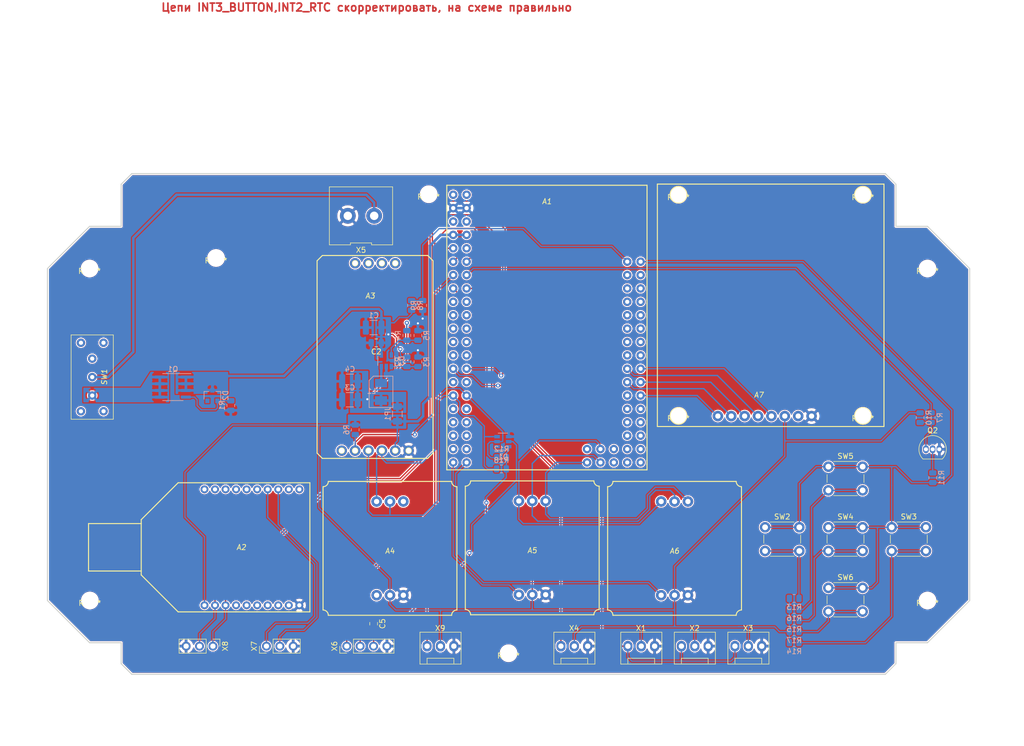
<source format=kicad_pcb>
(kicad_pcb (version 20171130) (host pcbnew "(5.1.10)-1")
  (layers (0 F.Cu signal) (31 B.Cu signal) (35 F.Paste user) (37 F.SilkS user) (38 B.Mask user) (39 F.Mask user) (44 Edge.Cuts user))
  (net 0 "")
  (net 1 "Net-(A1-Pad1)")
  (net 2 "Net-(A1-Pad2)")
  (net 3 GND)
  (net 4 "Net-(A1-Pad5)")
  (net 5 +3V3)
  (net 6 /TXD)
  (net 7 /RXD)
  (net 8 /DATA_TEMP)
  (net 9 /DATA_HUM)
  (net 10 /D7)
  (net 11 /D6)
  (net 12 /D9)
  (net 13 /D8)
  (net 14 "Net-(A1-PadD11)")
  (net 15 /D10)
  (net 16 "Net-(A1-PadD13)")
  (net 17 "Net-(A1-PadD12)")
  (net 18 "Net-(A1-PadD15)")
  (net 19 "Net-(A1-PadD14)")
  (net 20 /TX_LORA)
  (net 21 /RX_LORA)
  (net 22 "Net-(A1-PadD19)")
  (net 23 "Net-(A1-PadD18)")
  (net 24 /SCL)
  (net 25 /SDA)
  (net 26 "Net-(A1-PadD23)")
  (net 27 "Net-(A1-PadD22)")
  (net 28 "Net-(A1-PadD25)")
  (net 29 "Net-(A1-PadD24)")
  (net 30 "Net-(A1-PadD27)")
  (net 31 "Net-(A1-PadD26)")
  (net 32 "Net-(A1-PadD29)")
  (net 33 "Net-(A1-PadD28)")
  (net 34 "Net-(A1-PadD46)")
  (net 35 "Net-(A1-PadD47)")
  (net 36 "Net-(A1-PadD48)")
  (net 37 /MISO)
  (net 38 /SPI_SCK)
  (net 39 /CS_SD_1)
  (net 40 /MOSI)
  (net 41 /CS_SD_2)
  (net 42 "Net-(A1-PadD45)")
  (net 43 "Net-(A1-PadD44)")
  (net 44 /BUTTONS)
  (net 45 /VBAT_MEAS)
  (net 46 "Net-(A1-PadA3)")
  (net 47 "Net-(A1-PadA2)")
  (net 48 "Net-(A1-PadA5)")
  (net 49 "Net-(A1-PadA4)")
  (net 50 "Net-(A1-PadA7)")
  (net 51 "Net-(A1-PadA6)")
  (net 52 "Net-(A1-PadA9)")
  (net 53 "Net-(A1-PadA8)")
  (net 54 "Net-(A1-PadA11)")
  (net 55 "Net-(A1-PadA10)")
  (net 56 "Net-(A1-PadA13)")
  (net 57 "Net-(A1-PadA12)")
  (net 58 "Net-(A1-PadA15)")
  (net 59 "Net-(A1-PadA14)")
  (net 60 "Net-(A1-PadD37)")
  (net 61 "Net-(A1-PadD39)")
  (net 62 "Net-(A1-PadD38)")
  (net 63 "Net-(A1-PadD41)")
  (net 64 "Net-(A1-PadD40)")
  (net 65 "Net-(A1-PadD43)")
  (net 66 "Net-(A1-PadD42)")
  (net 67 "Net-(A2-Pad4)")
  (net 68 "Net-(A2-Pad5)")
  (net 69 "Net-(A2-Pad6)")
  (net 70 "Net-(A2-Pad7)")
  (net 71 "Net-(A2-Pad8)")
  (net 72 "Net-(A2-Pad9)")
  (net 73 "Net-(A2-Pad11)")
  (net 74 "Net-(A2-Pad12)")
  (net 75 /SWCLK)
  (net 76 /SWDIO)
  (net 77 "Net-(A2-Pad15)")
  (net 78 "Net-(A2-Pad16)")
  (net 79 "Net-(A2-Pad17)")
  (net 80 "Net-(A2-Pad18)")
  (net 81 "Net-(A2-Pad19)")
  (net 82 "Net-(A2-Pad20)")
  (net 83 "Net-(A3-Pad1)")
  (net 84 "Net-(A3-Pad10)")
  (net 85 "Net-(A3-Pad9)")
  (net 86 "Net-(A3-Pad8)")
  (net 87 "Net-(A3-Pad7)")
  (net 88 "Net-(A4-Pad3)")
  (net 89 "Net-(A4-Pad6)")
  (net 90 "Net-(A7-Pad7)")
  (net 91 "Net-(C3-Pad1)")
  (net 92 "Net-(D3-Pad1)")
  (net 93 "Net-(D3-Pad3)")
  (net 94 "Net-(D3-Pad5)")
  (net 95 "Net-(Q2-Pad2)")
  (net 96 "Net-(Q2-Pad1)")
  (net 97 "Net-(R13-Pad2)")
  (net 98 "Net-(R14-Pad2)")
  (net 99 "Net-(R15-Pad2)")
  (net 100 "Net-(R16-Pad2)")
  (net 101 "Net-(R17-Pad2)")
  (net 102 "Net-(SW1-Pad2)")
  (net 103 "Net-(SW1-Pad3)")
  (net 104 "Net-(A1-PadAREF)")
  (net 105 /D36)
  (net 106 /D34)
  (net 107 /D35)
  (net 108 /D32)
  (net 109 /D33)
  (net 110 "Net-(A1-PadD49)")
  (net 111 "Net-(A1-PadD53)")
  (net 112 /INT4_BUTTON)
  (net 113 /INT5_RTC)
  (net 114 /~RST)
  (net 115 "Net-(C5-Pad2)")
  (net 116 /DATA_BMP280)
  (net 117 /SLPZ)
  (net 118 +BATT)
  (net 119 "Net-(A1-Pad6)")
  (net 120 "Net-(D2-Pad2)")
  (net 121 "Net-(Q1-Pad5)")
  (module Resistor_SMD:R_0805_2012Metric (layer B.Cu) (at 262.7 197.9)
    (fp_text reference R17 (at 0 1.65) (layer B.SilkS) (effects (justify mirror)))
    (fp_text value 4,7K)
    (pad 2 smd roundrect (at 0.9125 0) (size 1.025 1.4) (layers B.Cu B.Paste B.Mask) (roundrect_rratio 0.244) (net 101 "Net-(R17-Pad2)"))
    (pad 1 smd roundrect (at -0.9125 0) (size 1.025 1.4) (layers B.Cu B.Paste B.Mask) (roundrect_rratio 0.244) (net 5 +3V3))
  )
  (module TestPoint:Hole (layer F.Cu) (at 193.35 114.9)
    (fp_text reference REF** (at 0 0.5) (layer F.SilkS))
    (fp_text value Hole)
    (pad "" np_thru_hole circle (at 0 0) (size 3 3) (drill 3) (layers *.Cu *.Mask))
  )
  (module TestPoint:Hole (layer F.Cu) (at 275.75 115)
    (fp_text reference REF** (at 0 0.5) (layer F.SilkS))
    (fp_text value Hole)
    (pad "" np_thru_hole circle (at 0 0) (size 3 3) (drill 3) (layers *.Cu *.Mask))
  )
  (module TestPoint:Hole (layer F.Cu) (at 240.75 115)
    (fp_text reference REF** (at 0 0.5) (layer F.SilkS))
    (fp_text value Hole)
    (pad "" np_thru_hole circle (at 0 0) (size 3 3) (drill 3) (layers *.Cu *.Mask))
  )
  (module TestPoint:Hole (layer F.Cu) (at 240.75 156.95)
    (fp_text reference REF** (at 0 0.5) (layer F.SilkS))
    (fp_text value Hole)
    (pad "" np_thru_hole circle (at 0 0) (size 3 3) (drill 3) (layers *.Cu *.Mask))
  )
  (module TestPoint:Hole (layer F.Cu) (at 275.75 156.95)
    (fp_text reference REF** (at 0 0.5) (layer F.SilkS))
    (fp_text value Hole)
    (pad "" np_thru_hole circle (at 0 0) (size 3 3) (drill 3) (layers *.Cu *.Mask))
  )
  (module TestPoint:Hole (layer F.Cu) (at 288 129)
    (fp_text reference REF** (at 0 0.5) (layer F.SilkS))
    (fp_text value Hole)
    (pad "" np_thru_hole circle (at 0 0) (size 3 3) (drill 3) (layers *.Cu *.Mask))
  )
  (module TestPoint:Hole (layer F.Cu) (at 288 192)
    (fp_text reference REF** (at 0 0.5) (layer F.SilkS))
    (fp_text value Hole)
    (pad "" np_thru_hole circle (at 0 0) (size 3 3) (drill 3) (layers *.Cu *.Mask))
  )
  (module TestPoint:Hole (layer F.Cu) (at 208.5 202)
    (fp_text reference REF** (at 0 0.5) (layer F.SilkS))
    (fp_text value Hole)
    (pad "" np_thru_hole circle (at 0 0) (size 3 3) (drill 3) (layers *.Cu *.Mask))
  )
  (module TestPoint:Hole (layer F.Cu) (at 129.05 192)
    (fp_text reference REF** (at 0 0.5) (layer F.SilkS))
    (fp_text value Hole)
    (pad "" np_thru_hole circle (at 0 0) (size 3 3) (drill 3) (layers *.Cu *.Mask))
  )
  (module TestPoint:Hole (layer F.Cu) (at 129 129)
    (fp_text reference REF** (at 0 0.5) (layer F.SilkS))
    (fp_text value Hole)
    (pad "" np_thru_hole circle (at 0 0) (size 3 3) (drill 3) (layers *.Cu *.Mask))
  )
  (module TestPoint:Hole (layer F.Cu) (at 153 127)
    (fp_text reference REF** (at 0 0.5) (layer F.SilkS))
    (fp_text value Hole)
    (pad "" np_thru_hole circle (at 0 0) (size 3 3) (drill 3) (layers *.Cu *.Mask))
  )
  (module Package_SO:SOIC-8_3.9x4.9mm_P1.27mm (layer B.Cu) (at 144.8 151.5 180)
    (fp_text reference Q1 (at 0 3.4) (layer B.SilkS) (effects (justify mirror)))
    (fp_text value IRF7410)
    (pad 8 smd roundrect (at 2.475 1.905 180) (size 1.95 0.6) (layers B.Cu B.Paste B.Mask) (net 121 "Net-(Q1-Pad5)"))
    (pad 7 smd roundrect (at 2.475 0.635 180) (size 1.95 0.6) (layers B.Cu B.Paste B.Mask) (net 121 "Net-(Q1-Pad5)"))
    (pad 6 smd roundrect (at 2.475 -0.635 180) (size 1.95 0.6) (layers B.Cu B.Paste B.Mask) (net 121 "Net-(Q1-Pad5)"))
    (pad 5 smd roundrect (at 2.475 -1.905 180) (size 1.95 0.6) (layers B.Cu B.Paste B.Mask) (net 121 "Net-(Q1-Pad5)"))
    (pad 4 smd roundrect (at -2.475 -1.905 180) (size 1.95 0.6) (layers B.Cu B.Paste B.Mask) (net 120 "Net-(D2-Pad2)"))
    (pad 3 smd roundrect (at -2.475 -0.635 180) (size 1.95 0.6) (layers B.Cu B.Paste B.Mask) (net 118 +BATT))
    (pad 2 smd roundrect (at -2.475 0.635 180) (size 1.95 0.6) (layers B.Cu B.Paste B.Mask) (net 118 +BATT))
    (pad 1 smd roundrect (at -2.475 1.905 180) (size 1.95 0.6) (layers B.Cu B.Paste B.Mask) (net 118 +BATT))
  )
  (module "Meteo Station v2:arduinoMega2560" (layer F.Cu) (at 198 115)
    (fp_text reference A1 (at 17.78 1.27) (layer F.SilkS) (effects (font (thickness 0.15) italic)))
    (fp_text value ArduinoMega2560)
    (pad D42 thru_hole circle (at 35.56 45.72) (size 1.6 1.6) (drill 0.8) (layers *.Cu *.Mask) (net 66 "Net-(A1-PadD42)"))
    (pad D43 thru_hole circle (at 33.02 45.72) (size 1.6 1.6) (drill 0.8) (layers *.Cu *.Mask) (net 65 "Net-(A1-PadD43)"))
    (pad D40 thru_hole circle (at 35.56 43.18) (size 1.6 1.6) (drill 0.8) (layers *.Cu *.Mask) (net 64 "Net-(A1-PadD40)"))
    (pad D41 thru_hole circle (at 33.02 43.18) (size 1.6 1.6) (drill 0.8) (layers *.Cu *.Mask) (net 63 "Net-(A1-PadD41)"))
    (pad D38 thru_hole circle (at 35.56 40.64) (size 1.6 1.6) (drill 0.8) (layers *.Cu *.Mask) (net 62 "Net-(A1-PadD38)"))
    (pad D39 thru_hole circle (at 33.02 40.64) (size 1.6 1.6) (drill 0.8) (layers *.Cu *.Mask) (net 61 "Net-(A1-PadD39)"))
    (pad D36 thru_hole circle (at 35.56 38.1) (size 1.6 1.6) (drill 0.8) (layers *.Cu *.Mask) (net 105 /D36))
    (pad D37 thru_hole circle (at 33.02 38.1) (size 1.6 1.6) (drill 0.8) (layers *.Cu *.Mask) (net 60 "Net-(A1-PadD37)"))
    (pad D34 thru_hole circle (at 35.56 35.56) (size 1.6 1.6) (drill 0.8) (layers *.Cu *.Mask) (net 106 /D34))
    (pad D35 thru_hole circle (at 33.02 35.56) (size 1.6 1.6) (drill 0.8) (layers *.Cu *.Mask) (net 107 /D35))
    (pad D32 thru_hole circle (at 35.56 33.02) (size 1.6 1.6) (drill 0.8) (layers *.Cu *.Mask) (net 108 /D32))
    (pad D33 thru_hole circle (at 33.02 33.02) (size 1.6 1.6) (drill 0.8) (layers *.Cu *.Mask) (net 109 /D33))
    (pad A14 thru_hole circle (at 35.56 30.48) (size 1.6 1.6) (drill 0.8) (layers *.Cu *.Mask) (net 59 "Net-(A1-PadA14)"))
    (pad A15 thru_hole circle (at 33.02 30.48) (size 1.6 1.6) (drill 0.8) (layers *.Cu *.Mask) (net 58 "Net-(A1-PadA15)"))
    (pad A12 thru_hole circle (at 35.56 27.94) (size 1.6 1.6) (drill 0.8) (layers *.Cu *.Mask) (net 57 "Net-(A1-PadA12)"))
    (pad A13 thru_hole circle (at 33.02 27.94) (size 1.6 1.6) (drill 0.8) (layers *.Cu *.Mask) (net 56 "Net-(A1-PadA13)"))
    (pad A10 thru_hole circle (at 35.56 25.4) (size 1.6 1.6) (drill 0.8) (layers *.Cu *.Mask) (net 55 "Net-(A1-PadA10)"))
    (pad A11 thru_hole circle (at 33.02 25.4) (size 1.6 1.6) (drill 0.8) (layers *.Cu *.Mask) (net 54 "Net-(A1-PadA11)"))
    (pad A8 thru_hole circle (at 35.56 22.86) (size 1.6 1.6) (drill 0.8) (layers *.Cu *.Mask) (net 53 "Net-(A1-PadA8)"))
    (pad A9 thru_hole circle (at 33.02 22.86) (size 1.6 1.6) (drill 0.8) (layers *.Cu *.Mask) (net 52 "Net-(A1-PadA9)"))
    (pad A6 thru_hole circle (at 35.56 20.32) (size 1.6 1.6) (drill 0.8) (layers *.Cu *.Mask) (net 51 "Net-(A1-PadA6)"))
    (pad A7 thru_hole circle (at 33.02 20.32) (size 1.6 1.6) (drill 0.8) (layers *.Cu *.Mask) (net 50 "Net-(A1-PadA7)"))
    (pad A4 thru_hole circle (at 35.56 17.78) (size 1.6 1.6) (drill 0.8) (layers *.Cu *.Mask) (net 49 "Net-(A1-PadA4)"))
    (pad A5 thru_hole circle (at 33.02 17.78) (size 1.6 1.6) (drill 0.8) (layers *.Cu *.Mask) (net 48 "Net-(A1-PadA5)"))
    (pad A2 thru_hole circle (at 35.56 15.24) (size 1.6 1.6) (drill 0.8) (layers *.Cu *.Mask) (net 47 "Net-(A1-PadA2)"))
    (pad A3 thru_hole circle (at 33.02 15.24) (size 1.6 1.6) (drill 0.8) (layers *.Cu *.Mask) (net 46 "Net-(A1-PadA3)"))
    (pad A0 thru_hole circle (at 35.56 12.7) (size 1.6 1.6) (drill 0.8) (layers *.Cu *.Mask) (net 44 /BUTTONS))
    (pad A1 thru_hole circle (at 33.02 12.7) (size 1.6 1.6) (drill 0.8) (layers *.Cu *.Mask) (net 45 /VBAT_MEAS))
    (pad D44 thru_hole circle (at 35.56 48.26) (size 1.6 1.6) (drill 0.8) (layers *.Cu *.Mask) (net 43 "Net-(A1-PadD44)"))
    (pad D45 thru_hole circle (at 33.02 48.26) (size 1.6 1.6) (drill 0.8) (layers *.Cu *.Mask) (net 42 "Net-(A1-PadD45)"))
    (pad D49 thru_hole circle (at 30.48 48.26) (size 1.6 1.6) (drill 0.8) (layers *.Cu *.Mask) (net 110 "Net-(A1-PadD49)"))
    (pad D51 thru_hole circle (at 27.94 48.26) (size 1.6 1.6) (drill 0.8) (layers *.Cu *.Mask) (net 40 /MOSI))
    (pad D53 thru_hole circle (at 25.4 48.26) (size 1.6 1.6) (drill 0.8) (layers *.Cu *.Mask) (net 111 "Net-(A1-PadD53)"))
    (pad D52 thru_hole circle (at 25.4 50.8) (size 1.6 1.6) (drill 0.8) (layers *.Cu *.Mask) (net 38 /SPI_SCK))
    (pad D50 thru_hole circle (at 27.94 50.8) (size 1.6 1.6) (drill 0.8) (layers *.Cu *.Mask) (net 37 /MISO))
    (pad D48 thru_hole circle (at 30.48 50.8) (size 1.6 1.6) (drill 0.8) (layers *.Cu *.Mask) (net 36 "Net-(A1-PadD48)"))
    (pad D47 thru_hole circle (at 33.02 50.8) (size 1.6 1.6) (drill 0.8) (layers *.Cu *.Mask) (net 35 "Net-(A1-PadD47)"))
    (pad D46 thru_hole circle (at 35.56 50.8) (size 1.6 1.6) (drill 0.8) (layers *.Cu *.Mask) (net 34 "Net-(A1-PadD46)"))
    (pad D30 thru_hole circle (at 2.54 50.8) (size 1.6 1.6) (drill 0.8) (layers *.Cu *.Mask) (net 41 /CS_SD_2))
    (pad D31 thru_hole circle (at 0 50.8) (size 1.6 1.6) (drill 0.8) (layers *.Cu *.Mask) (net 39 /CS_SD_1))
    (pad D28 thru_hole circle (at 2.54 48.26) (size 1.6 1.6) (drill 0.8) (layers *.Cu *.Mask) (net 33 "Net-(A1-PadD28)"))
    (pad D29 thru_hole circle (at 0 48.26) (size 1.6 1.6) (drill 0.8) (layers *.Cu *.Mask) (net 32 "Net-(A1-PadD29)"))
    (pad D26 thru_hole circle (at 2.54 45.72) (size 1.6 1.6) (drill 0.8) (layers *.Cu *.Mask) (net 31 "Net-(A1-PadD26)"))
    (pad D27 thru_hole circle (at 0 45.72) (size 1.6 1.6) (drill 0.8) (layers *.Cu *.Mask) (net 30 "Net-(A1-PadD27)"))
    (pad D24 thru_hole circle (at 2.54 43.18) (size 1.6 1.6) (drill 0.8) (layers *.Cu *.Mask) (net 29 "Net-(A1-PadD24)"))
    (pad D25 thru_hole circle (at 0 43.18) (size 1.6 1.6) (drill 0.8) (layers *.Cu *.Mask) (net 28 "Net-(A1-PadD25)"))
    (pad D22 thru_hole circle (at 2.54 40.64) (size 1.6 1.6) (drill 0.8) (layers *.Cu *.Mask) (net 27 "Net-(A1-PadD22)"))
    (pad D23 thru_hole circle (at 0 40.64) (size 1.6 1.6) (drill 0.8) (layers *.Cu *.Mask) (net 26 "Net-(A1-PadD23)"))
    (pad D20 thru_hole circle (at 2.54 38.1) (size 1.6 1.6) (drill 0.8) (layers *.Cu *.Mask) (net 25 /SDA))
    (pad D21 thru_hole circle (at 0 38.1) (size 1.6 1.6) (drill 0.8) (layers *.Cu *.Mask) (net 24 /SCL))
    (pad D18 thru_hole circle (at 2.54 35.56) (size 1.6 1.6) (drill 0.8) (layers *.Cu *.Mask) (net 23 "Net-(A1-PadD18)"))
    (pad D19 thru_hole circle (at 0 35.56) (size 1.6 1.6) (drill 0.8) (layers *.Cu *.Mask) (net 22 "Net-(A1-PadD19)"))
    (pad D16 thru_hole circle (at 2.54 33.02) (size 1.6 1.6) (drill 0.8) (layers *.Cu *.Mask) (net 21 /RX_LORA))
    (pad D17 thru_hole circle (at 0 33.02) (size 1.6 1.6) (drill 0.8) (layers *.Cu *.Mask) (net 20 /TX_LORA))
    (pad D14 thru_hole circle (at 2.54 30.48) (size 1.6 1.6) (drill 0.8) (layers *.Cu *.Mask) (net 19 "Net-(A1-PadD14)"))
    (pad D15 thru_hole circle (at 0 30.48) (size 1.6 1.6) (drill 0.8) (layers *.Cu *.Mask) (net 18 "Net-(A1-PadD15)"))
    (pad D12 thru_hole circle (at 2.54 27.94) (size 1.6 1.6) (drill 0.8) (layers *.Cu *.Mask) (net 17 "Net-(A1-PadD12)"))
    (pad D13 thru_hole circle (at 0 27.94) (size 1.6 1.6) (drill 0.8) (layers *.Cu *.Mask) (net 16 "Net-(A1-PadD13)"))
    (pad D10 thru_hole circle (at 2.54 25.4) (size 1.6 1.6) (drill 0.8) (layers *.Cu *.Mask) (net 15 /D10))
    (pad D11 thru_hole circle (at 0 25.4) (size 1.6 1.6) (drill 0.8) (layers *.Cu *.Mask) (net 14 "Net-(A1-PadD11)"))
    (pad D8 thru_hole circle (at 2.54 22.86) (size 1.6 1.6) (drill 0.8) (layers *.Cu *.Mask) (net 13 /D8))
    (pad D9 thru_hole circle (at 0 22.86) (size 1.6 1.6) (drill 0.8) (layers *.Cu *.Mask) (net 12 /D9))
    (pad D6 thru_hole circle (at 2.54 20.32) (size 1.6 1.6) (drill 0.8) (layers *.Cu *.Mask) (net 11 /D6))
    (pad D7 thru_hole circle (at 0 20.32) (size 1.6 1.6) (drill 0.8) (layers *.Cu *.Mask) (net 10 /D7))
    (pad D4 thru_hole circle (at 2.54 17.78) (size 1.6 1.6) (drill 0.8) (layers *.Cu *.Mask) (net 8 /DATA_TEMP))
    (pad D5 thru_hole circle (at 0 17.78) (size 1.6 1.6) (drill 0.8) (layers *.Cu *.Mask) (net 9 /DATA_HUM))
    (pad D2 thru_hole circle (at 2.54 15.24) (size 1.6 1.6) (drill 0.8) (layers *.Cu *.Mask) (net 112 /INT4_BUTTON))
    (pad D3 thru_hole circle (at 0 15.24) (size 1.6 1.6) (drill 0.8) (layers *.Cu *.Mask) (net 113 /INT5_RTC))
    (pad D0 thru_hole circle (at 2.54 12.7) (size 1.6 1.6) (drill 0.8) (layers *.Cu *.Mask) (net 7 /RXD))
    (pad D1 thru_hole circle (at 0 12.7) (size 1.6 1.6) (drill 0.8) (layers *.Cu *.Mask) (net 6 /TXD))
    (pad AREF thru_hole circle (at 2.54 10.16) (size 1.6 1.6) (drill 0.8) (layers *.Cu *.Mask) (net 104 "Net-(A1-PadAREF)"))
    (pad 9 thru_hole circle (at 0 10.16) (size 1.6 1.6) (drill 0.8) (layers *.Cu *.Mask) (net 114 /~RST))
    (pad 8 thru_hole circle (at 2.54 7.62) (size 1.6 1.6) (drill 0.8) (layers *.Cu *.Mask) (net 5 +3V3))
    (pad 7 thru_hole circle (at 0 7.62) (size 1.6 1.6) (drill 0.8) (layers *.Cu *.Mask) (net 5 +3V3))
    (pad 6 thru_hole circle (at 2.54 5.08) (size 1.6 1.6) (drill 0.8) (layers *.Cu *.Mask) (net 119 "Net-(A1-Pad6)"))
    (pad 5 thru_hole circle (at 0 5.08) (size 1.6 1.6) (drill 0.8) (layers *.Cu *.Mask) (net 4 "Net-(A1-Pad5)"))
    (pad 4 thru_hole circle (at 2.54 2.54) (size 1.6 1.6) (drill 0.8) (layers *.Cu *.Mask) (net 3 GND))
    (pad 3 thru_hole circle (at 0 2.54) (size 1.6 1.6) (drill 0.8) (layers *.Cu *.Mask) (net 3 GND))
    (pad 2 thru_hole circle (at 2.54 0) (size 1.6 1.6) (drill 0.8) (layers *.Cu *.Mask) (net 2 "Net-(A1-Pad2)"))
    (pad 1 thru_hole circle (at 0 0) (size 1.6 1.6) (drill 0.8) (layers *.Cu *.Mask) (net 1 "Net-(A1-Pad1)"))
  )
  (module Resistor_SMD:R_0805_2012Metric (layer B.Cu) (at 207.15 167.025 180)
    (fp_text reference R18 (at 0 1.65) (layer B.SilkS) (effects (justify mirror)))
    (fp_text value R)
    (pad 2 smd roundrect (at 0.9125 0 180) (size 1.025 1.4) (layers B.Cu B.Paste B.Mask) (roundrect_rratio 0.244) (net 24 /SCL))
    (pad 1 smd roundrect (at -0.9125 0 180) (size 1.025 1.4) (layers B.Cu B.Paste B.Mask) (roundrect_rratio 0.244) (net 5 +3V3))
  )
  (module Resistor_SMD:R_0805_2012Metric (layer B.Cu) (at 207.175 164.9 180)
    (fp_text reference R12 (at 0 1.65) (layer B.SilkS) (effects (justify mirror)))
    (fp_text value R)
    (pad 2 smd roundrect (at 0.9125 0 180) (size 1.025 1.4) (layers B.Cu B.Paste B.Mask) (roundrect_rratio 0.244) (net 25 /SDA))
    (pad 1 smd roundrect (at -0.9125 0 180) (size 1.025 1.4) (layers B.Cu B.Paste B.Mask) (roundrect_rratio 0.244) (net 5 +3V3))
  )
  (module Button_Switch_THT:SW_PUSH_6mm (layer F.Cu) (at 269.19 178.1)
    (fp_text reference SW4 (at 3.25 -2) (layer F.SilkS))
    (fp_text value SW_MEC_5E)
    (pad 2 thru_hole circle (at 6.5 0 90) (size 2 2) (drill 1.1) (layers *.Cu *.Mask) (net 44 /BUTTONS))
    (pad 4 thru_hole circle (at 6.5 4.5 90) (size 2 2) (drill 1.1) (layers *.Cu *.Mask) (net 99 "Net-(R15-Pad2)"))
    (pad 1 thru_hole circle (at 0 0 90) (size 2 2) (drill 1.1) (layers *.Cu *.Mask) (net 44 /BUTTONS))
    (pad 3 thru_hole circle (at 0 4.5 90) (size 2 2) (drill 1.1) (layers *.Cu *.Mask) (net 99 "Net-(R15-Pad2)"))
  )
  (module Button_Switch_THT:SW_PUSH_6mm (layer F.Cu) (at 281.2 178.1)
    (fp_text reference SW3 (at 3.25 -2) (layer F.SilkS))
    (fp_text value SW_MEC_5E)
    (pad 2 thru_hole circle (at 6.5 0 90) (size 2 2) (drill 1.1) (layers *.Cu *.Mask) (net 44 /BUTTONS))
    (pad 4 thru_hole circle (at 6.5 4.5 90) (size 2 2) (drill 1.1) (layers *.Cu *.Mask) (net 98 "Net-(R14-Pad2)"))
    (pad 1 thru_hole circle (at 0 0 90) (size 2 2) (drill 1.1) (layers *.Cu *.Mask) (net 44 /BUTTONS))
    (pad 3 thru_hole circle (at 0 4.5 90) (size 2 2) (drill 1.1) (layers *.Cu *.Mask) (net 98 "Net-(R14-Pad2)"))
  )
  (module Button_Switch_THT:SW_PUSH_6mm (layer F.Cu) (at 269.19 166.6)
    (fp_text reference SW5 (at 3.25 -2) (layer F.SilkS))
    (fp_text value SW_MEC_5E)
    (pad 2 thru_hole circle (at 6.5 0 90) (size 2 2) (drill 1.1) (layers *.Cu *.Mask) (net 44 /BUTTONS))
    (pad 4 thru_hole circle (at 6.5 4.5 90) (size 2 2) (drill 1.1) (layers *.Cu *.Mask) (net 100 "Net-(R16-Pad2)"))
    (pad 1 thru_hole circle (at 0 0 90) (size 2 2) (drill 1.1) (layers *.Cu *.Mask) (net 44 /BUTTONS))
    (pad 3 thru_hole circle (at 0 4.5 90) (size 2 2) (drill 1.1) (layers *.Cu *.Mask) (net 100 "Net-(R16-Pad2)"))
  )
  (module Button_Switch_THT:SW_PUSH_6mm (layer F.Cu) (at 269.19 189.6)
    (fp_text reference SW6 (at 3.25 -2) (layer F.SilkS))
    (fp_text value SW_MEC_5E)
    (pad 2 thru_hole circle (at 6.5 0 90) (size 2 2) (drill 1.1) (layers *.Cu *.Mask) (net 44 /BUTTONS))
    (pad 4 thru_hole circle (at 6.5 4.5 90) (size 2 2) (drill 1.1) (layers *.Cu *.Mask) (net 101 "Net-(R17-Pad2)"))
    (pad 1 thru_hole circle (at 0 0 90) (size 2 2) (drill 1.1) (layers *.Cu *.Mask) (net 44 /BUTTONS))
    (pad 3 thru_hole circle (at 0 4.5 90) (size 2 2) (drill 1.1) (layers *.Cu *.Mask) (net 101 "Net-(R17-Pad2)"))
  )
  (module Button_Switch_THT:SW_PUSH_6mm (layer F.Cu) (at 257.18 178.1)
    (fp_text reference SW2 (at 3.25 -2) (layer F.SilkS))
    (fp_text value SW_MEC_5E)
    (pad 2 thru_hole circle (at 6.5 0 90) (size 2 2) (drill 1.1) (layers *.Cu *.Mask) (net 44 /BUTTONS))
    (pad 4 thru_hole circle (at 6.5 4.5 90) (size 2 2) (drill 1.1) (layers *.Cu *.Mask) (net 97 "Net-(R13-Pad2)"))
    (pad 1 thru_hole circle (at 0 0 90) (size 2 2) (drill 1.1) (layers *.Cu *.Mask) (net 44 /BUTTONS))
    (pad 3 thru_hole circle (at 0 4.5 90) (size 2 2) (drill 1.1) (layers *.Cu *.Mask) (net 97 "Net-(R13-Pad2)"))
  )
  (module Connector:FanPinHeader_1x03_P2.54mm_Vertical (layer F.Cu) (at 193.04 200.66)
    (fp_text reference X9 (at 2.5 -3.4) (layer F.SilkS))
    (fp_text value PressureSensor)
    (pad 3 thru_hole oval (at 5.08 0 90) (size 2.03 1.73) (drill 1.02) (layers *.Cu *.Mask) (net 3 GND))
    (pad 2 thru_hole oval (at 2.54 0 90) (size 2.03 1.73) (drill 1.02) (layers *.Cu *.Mask) (net 5 +3V3))
    (pad 1 thru_hole oval (at 0 0 90) (size 2.03 1.73) (drill 1.02) (layers *.Cu *.Mask) (net 116 /DATA_BMP280))
  )
  (module Package_TO_SOT_SMD:SOT-23-6 (layer B.Cu) (at 207.425 161.85)
    (fp_text reference D1 (at 0 2.9) (layer B.SilkS) (effects (justify mirror)))
    (fp_text value DS2484)
    (pad 5 smd rect (at 1.1 0) (size 1.06 0.65) (layers B.Cu B.Paste B.Mask) (net 116 /DATA_BMP280))
    (pad 6 smd rect (at 1.1 0.95) (size 1.06 0.65) (layers B.Cu B.Paste B.Mask) (net 5 +3V3))
    (pad 4 smd rect (at 1.1 -0.95) (size 1.06 0.65) (layers B.Cu B.Paste B.Mask) (net 3 GND))
    (pad 3 smd rect (at -1.1 -0.95) (size 1.06 0.65) (layers B.Cu B.Paste B.Mask) (net 24 /SCL))
    (pad 2 smd rect (at -1.1 0) (size 1.06 0.65) (layers B.Cu B.Paste B.Mask) (net 25 /SDA))
    (pad 1 smd rect (at -1.1 0.95) (size 1.06 0.65) (layers B.Cu B.Paste B.Mask) (net 117 /SLPZ))
  )
  (module Module:Module_Troyka (layer F.Cu) (at 186 182.1)
    (fp_text reference A4 (at 0 0.5) (layer F.SilkS) (effects (font (thickness 0.15) italic)))
    (fp_text value Module_LPS25HB)
    (pad 2 thru_hole circle (at 0 -8.89) (size 2 2) (drill 1) (layers *.Cu *.Mask) (net 24 /SCL))
    (pad 1 thru_hole circle (at -2.54 -8.89) (size 2 2) (drill 1) (layers *.Cu *.Mask) (net 25 /SDA))
    (pad 3 thru_hole circle (at 2.54 -8.89) (size 2 2) (drill 1) (layers *.Cu *.Mask) (net 88 "Net-(A4-Pad3)"))
    (pad 4 thru_hole circle (at 2.54 8.89) (size 2 2) (drill 1) (layers *.Cu *.Mask) (net 3 GND))
    (pad 5 thru_hole circle (at 0 8.89) (size 2 2) (drill 1) (layers *.Cu *.Mask) (net 5 +3V3))
    (pad 6 thru_hole circle (at -2.54 8.89) (size 2 2) (drill 1) (layers *.Cu *.Mask) (net 89 "Net-(A4-Pad6)"))
  )
  (module Module:Module_Troyka (layer F.Cu) (at 213 182)
    (fp_text reference A5 (at 0 0.5) (layer F.SilkS) (effects (font (thickness 0.15) italic)))
    (fp_text value Module_SD_CARD)
    (pad 6 thru_hole circle (at -2.54 8.89) (size 2 2) (drill 1) (layers *.Cu *.Mask) (net 39 /CS_SD_1))
    (pad 5 thru_hole circle (at 0 8.89) (size 2 2) (drill 1) (layers *.Cu *.Mask) (net 5 +3V3))
    (pad 4 thru_hole circle (at 2.54 8.89) (size 2 2) (drill 1) (layers *.Cu *.Mask) (net 3 GND))
    (pad 3 thru_hole circle (at 2.54 -8.89) (size 2 2) (drill 1) (layers *.Cu *.Mask) (net 38 /SPI_SCK))
    (pad 1 thru_hole circle (at -2.54 -8.89) (size 2 2) (drill 1) (layers *.Cu *.Mask) (net 40 /MOSI))
    (pad 2 thru_hole circle (at 0 -8.89) (size 2 2) (drill 1) (layers *.Cu *.Mask) (net 37 /MISO))
  )
  (module Connector_PinHeader_2.54mm:PinHeader_1x04_P2.54mm_Vertical (layer F.Cu) (at 177.8 200.66 90)
    (fp_text reference X6 (at 0 -2.33 90) (layer F.SilkS))
    (fp_text value COM_PORT)
    (pad 4 thru_hole oval (at 0 7.62 90) (size 1.7 1.7) (drill 1) (layers *.Cu *.Mask) (net 3 GND))
    (pad 3 thru_hole oval (at 0 5.08 90) (size 1.7 1.7) (drill 1) (layers *.Cu *.Mask) (net 115 "Net-(C5-Pad2)"))
    (pad 2 thru_hole oval (at 0 2.54 90) (size 1.7 1.7) (drill 1) (layers *.Cu *.Mask) (net 6 /TXD))
    (pad 1 thru_hole oval (at 0 0 90) (size 1.7 1.7) (drill 1) (layers *.Cu *.Mask) (net 7 /RXD))
  )
  (module Capacitor_SMD:C_0805_2012Metric (layer F.Cu) (at 182.9 196.4 270)
    (fp_text reference C5 (at 0 -1.68 90) (layer F.SilkS))
    (fp_text value "100 nf")
    (pad 2 smd roundrect (at 0.95 0 270) (size 1 1.45) (layers F.Cu F.Paste F.Mask) (net 115 "Net-(C5-Pad2)"))
    (pad 1 smd roundrect (at -0.95 0 270) (size 1 1.45) (layers F.Cu F.Paste F.Mask) (net 114 /~RST))
  )
  (module Connector:KLS2-128I-5 (layer F.Cu) (at 180.5 119 90)
    (fp_text reference X5 (at -6.5 0) (layer F.SilkS))
    (fp_text value Screw_Terminal_01x02)
    (pad 1 thru_hole circle (at 0 2.5 90) (size 3 3) (drill 1.6) (layers *.Cu *.Mask) (net 102 "Net-(SW1-Pad2)"))
    (pad 2 thru_hole circle (at 0 -2.5 90) (size 3 3) (drill 1.6) (layers *.Cu *.Mask) (net 3 GND))
  )
  (module Connector_PinHeader_2.54mm:PinHeader_1x03_P2.54mm_Vertical (layer F.Cu) (at 152.4 200.66 270)
    (fp_text reference X8 (at 0 -2.33 90) (layer F.SilkS))
    (fp_text value COM_PORT)
    (pad 3 thru_hole oval (at 0 5.08 270) (size 1.7 1.7) (drill 1) (layers *.Cu *.Mask) (net 3 GND))
    (pad 2 thru_hole oval (at 0 2.54 270) (size 1.7 1.7) (drill 1) (layers *.Cu *.Mask) (net 20 /TX_LORA))
    (pad 1 thru_hole oval (at 0 0 270) (size 1.7 1.7) (drill 1) (layers *.Cu *.Mask) (net 21 /RX_LORA))
  )
  (module Connector_PinHeader_2.54mm:PinHeader_1x03_P2.54mm_Vertical (layer F.Cu) (at 162.56 200.66 90)
    (fp_text reference X7 (at 0 -2.33 90) (layer F.SilkS))
    (fp_text value COM_PORT)
    (pad 3 thru_hole oval (at 0 5.08 90) (size 1.7 1.7) (drill 1) (layers *.Cu *.Mask) (net 3 GND))
    (pad 2 thru_hole oval (at 0 2.54 90) (size 1.7 1.7) (drill 1) (layers *.Cu *.Mask) (net 75 /SWCLK))
    (pad 1 thru_hole oval (at 0 0 90) (size 1.7 1.7) (drill 1) (layers *.Cu *.Mask) (net 76 /SWDIO))
  )
  (module Module:Module_RTC_DS3231 (layer F.Cu) (at 187 128)
    (fp_text reference A3 (at -4.74 6.18 180) (layer F.SilkS) (effects (font (thickness 0.15) italic)))
    (fp_text value Module_RTC_DS3231)
    (pad 6 thru_hole circle (at 2.54 35.56) (size 2 2) (drill 1) (layers *.Cu *.Mask) (net 3 GND))
    (pad 7 thru_hole circle (at 0 0) (size 2 2) (drill 1) (layers *.Cu *.Mask) (net 87 "Net-(A3-Pad7)"))
    (pad 5 thru_hole circle (at 0 35.56) (size 2 2) (drill 1) (layers *.Cu *.Mask) (net 5 +3V3))
    (pad 8 thru_hole circle (at -2.54 0) (size 2 2) (drill 1) (layers *.Cu *.Mask) (net 86 "Net-(A3-Pad8)"))
    (pad 4 thru_hole circle (at -2.54 35.56) (size 2 2) (drill 1) (layers *.Cu *.Mask) (net 25 /SDA))
    (pad 9 thru_hole circle (at -5.08 0) (size 2 2) (drill 1) (layers *.Cu *.Mask) (net 85 "Net-(A3-Pad9)"))
    (pad 3 thru_hole circle (at -5.08 35.56) (size 2 2) (drill 1) (layers *.Cu *.Mask) (net 24 /SCL))
    (pad 10 thru_hole circle (at -7.62 0) (size 2 2) (drill 1) (layers *.Cu *.Mask) (net 84 "Net-(A3-Pad10)"))
    (pad 2 thru_hole circle (at -7.62 35.56) (size 2 2) (drill 1) (layers *.Cu *.Mask) (net 113 /INT5_RTC))
    (pad 1 thru_hole circle (at -10.16 35.56) (size 2 2) (drill 1) (layers *.Cu *.Mask) (net 83 "Net-(A3-Pad1)"))
  )
  (module Module:Module_LCD5110 (layer F.Cu) (at 266 157)
    (fp_text reference A7 (at -10 -4) (layer F.SilkS) (effects (font (thickness 0.15) italic)))
    (fp_text value Module_Lcd_5110)
    (pad 8 thru_hole circle (at 0 0) (size 2 2) (drill 1) (layers *.Cu *.Mask) (net 3 GND))
    (pad 7 thru_hole circle (at -2.54 0) (size 2 2) (drill 1) (layers *.Cu *.Mask) (net 90 "Net-(A7-Pad7)"))
    (pad 6 thru_hole circle (at -5.08 0) (size 2 2) (drill 1) (layers *.Cu *.Mask) (net 5 +3V3))
    (pad 5 thru_hole circle (at -7.62 0) (size 2 2) (drill 1) (layers *.Cu *.Mask) (net 108 /D32))
    (pad 4 thru_hole circle (at -10.16 0) (size 2 2) (drill 1) (layers *.Cu *.Mask) (net 109 /D33))
    (pad 3 thru_hole circle (at -12.7 0) (size 2 2) (drill 1) (layers *.Cu *.Mask) (net 106 /D34))
    (pad 2 thru_hole circle (at -15.24 0) (size 2 2) (drill 1) (layers *.Cu *.Mask) (net 107 /D35))
    (pad 1 thru_hole circle (at -17.78 0) (size 2 2) (drill 1) (layers *.Cu *.Mask) (net 105 /D36))
  )
  (module Inductor_SMD:L_TDK_SMP4020 (layer B.Cu) (at 184.3 152.4)
    (fp_text reference L1 (at -1.8 -0.15 180) (layer B.SilkS) (effects (justify mirror)))
    (fp_text value 10uH)
    (fp_text user "" (at -49 -0.05 180) (layer B.SilkS) (effects (font (size 3 3)) (justify mirror)))
    (pad 1 smd rect (at 0 -1.65) (size 2.3 1.65) (layers B.Cu B.Paste B.Mask) (net 93 "Net-(D3-Pad3)"))
    (pad 2 smd rect (at 0 1.65) (size 2.3 1.65) (layers B.Cu B.Paste B.Mask) (net 91 "Net-(C3-Pad1)"))
  )
  (module Module:RAK811_WisDuo (layer F.Cu) (at 170.8 193.9 180)
    (fp_text reference A2 (at 13 12) (layer F.SilkS) (effects (font (thickness 0.15) italic)))
    (fp_text value WisDuo_RAK811)
    (pad 1 thru_hole circle (at 20 1 180) (size 1.5 1.5) (drill 0.8) (layers *.Cu *.Mask) (net 5 +3V3))
    (pad 2 thru_hole circle (at 18 1 180) (size 1.5 1.5) (drill 0.8) (layers *.Cu *.Mask) (net 20 /TX_LORA))
    (pad 3 thru_hole circle (at 16 1 180) (size 1.5 1.5) (drill 0.8) (layers *.Cu *.Mask) (net 21 /RX_LORA))
    (pad 4 thru_hole circle (at 14 1 180) (size 1.5 1.5) (drill 0.8) (layers *.Cu *.Mask) (net 67 "Net-(A2-Pad4)"))
    (pad 5 thru_hole circle (at 12 1 180) (size 1.5 1.5) (drill 0.8) (layers *.Cu *.Mask) (net 68 "Net-(A2-Pad5)"))
    (pad 6 thru_hole circle (at 10 1 180) (size 1.5 1.5) (drill 0.8) (layers *.Cu *.Mask) (net 69 "Net-(A2-Pad6)"))
    (pad 7 thru_hole circle (at 8 1 180) (size 1.5 1.5) (drill 0.8) (layers *.Cu *.Mask) (net 70 "Net-(A2-Pad7)"))
    (pad 8 thru_hole circle (at 6 1 180) (size 1.5 1.5) (drill 0.8) (layers *.Cu *.Mask) (net 71 "Net-(A2-Pad8)"))
    (pad 9 thru_hole circle (at 4 1 180) (size 1.5 1.5) (drill 0.8) (layers *.Cu *.Mask) (net 72 "Net-(A2-Pad9)"))
    (pad 10 thru_hole circle (at 2 1 180) (size 1.5 1.5) (drill 0.8) (layers *.Cu *.Mask) (net 3 GND))
    (pad 11 thru_hole circle (at 2 23 180) (size 1.5 1.5) (drill 0.8) (layers *.Cu *.Mask) (net 73 "Net-(A2-Pad11)"))
    (pad 12 thru_hole circle (at 4 23 180) (size 1.5 1.5) (drill 0.8) (layers *.Cu *.Mask) (net 74 "Net-(A2-Pad12)"))
    (pad 13 thru_hole circle (at 6 23 180) (size 1.5 1.5) (drill 0.8) (layers *.Cu *.Mask) (net 75 /SWCLK))
    (pad 14 thru_hole circle (at 8 23 180) (size 1.5 1.5) (drill 0.8) (layers *.Cu *.Mask) (net 76 /SWDIO))
    (pad 15 thru_hole circle (at 10 23 180) (size 1.5 1.5) (drill 0.8) (layers *.Cu *.Mask) (net 77 "Net-(A2-Pad15)"))
    (pad 16 thru_hole circle (at 12 23 180) (size 1.5 1.5) (drill 0.8) (layers *.Cu *.Mask) (net 78 "Net-(A2-Pad16)"))
    (pad 17 thru_hole circle (at 14 23 180) (size 1.5 1.5) (drill 0.8) (layers *.Cu *.Mask) (net 79 "Net-(A2-Pad17)"))
    (pad 18 thru_hole circle (at 16 23 180) (size 1.5 1.5) (drill 0.8) (layers *.Cu *.Mask) (net 80 "Net-(A2-Pad18)"))
    (pad 19 thru_hole circle (at 18 23 180) (size 1.5 1.5) (drill 0.8) (layers *.Cu *.Mask) (net 81 "Net-(A2-Pad19)"))
    (pad 20 thru_hole circle (at 20 23 180) (size 1.5 1.5) (drill 0.8) (layers *.Cu *.Mask) (net 82 "Net-(A2-Pad20)"))
  )
  (module Module:Module_Troyka (layer F.Cu) (at 240 182.1)
    (fp_text reference A6 (at 0 0.5) (layer F.SilkS) (effects (font (thickness 0.15) italic)))
    (fp_text value Module_SD_CARD)
    (pad 2 thru_hole circle (at 0 -8.89) (size 2 2) (drill 1) (layers *.Cu *.Mask) (net 37 /MISO))
    (pad 1 thru_hole circle (at -2.54 -8.89) (size 2 2) (drill 1) (layers *.Cu *.Mask) (net 40 /MOSI))
    (pad 3 thru_hole circle (at 2.54 -8.89) (size 2 2) (drill 1) (layers *.Cu *.Mask) (net 38 /SPI_SCK))
    (pad 4 thru_hole circle (at 2.54 8.89) (size 2 2) (drill 1) (layers *.Cu *.Mask) (net 3 GND))
    (pad 5 thru_hole circle (at 0 8.89) (size 2 2) (drill 1) (layers *.Cu *.Mask) (net 5 +3V3))
    (pad 6 thru_hole circle (at -2.54 8.89) (size 2 2) (drill 1) (layers *.Cu *.Mask) (net 41 /CS_SD_2))
  )
  (module Capacitor_SMD:C_1210_3225Metric (layer B.Cu) (at 182.9 140.2 180)
    (fp_text reference C1 (at 0 2.3 180) (layer B.SilkS) (effects (justify mirror)))
    (fp_text value 10uf)
    (pad 1 smd roundrect (at -1.475 0 180) (size 1.15 2.7) (layers B.Cu B.Paste B.Mask) (roundrect_rratio 0.217) (net 118 +BATT))
    (pad 2 smd roundrect (at 1.475 0 180) (size 1.15 2.7) (layers B.Cu B.Paste B.Mask) (roundrect_rratio 0.217) (net 3 GND))
  )
  (module Capacitor_SMD:C_0805_2012Metric (layer F.Cu) (at 183.4 143.1 180)
    (fp_text reference C2 (at 0 -1.68 180) (layer F.SilkS))
    (fp_text value 0,1uf)
    (pad 1 smd roundrect (at -0.95 0 180) (size 1 1.45) (layers B.Cu B.Paste B.Mask) (net 118 +BATT))
    (pad 2 smd roundrect (at 0.95 0 180) (size 1 1.45) (layers B.Cu B.Paste B.Mask) (net 3 GND))
  )
  (module Capacitor_SMD:C_1210_3225Metric (layer B.Cu) (at 178.4 153.9 180)
    (fp_text reference C3 (at 0 2.3 180) (layer B.SilkS) (effects (justify mirror)))
    (fp_text value 10uf)
    (pad 1 smd roundrect (at -1.475 0 180) (size 1.15 2.7) (layers B.Cu B.Paste B.Mask) (roundrect_rratio 0.217) (net 91 "Net-(C3-Pad1)"))
    (pad 2 smd roundrect (at 1.475 0 180) (size 1.15 2.7) (layers B.Cu B.Paste B.Mask) (roundrect_rratio 0.217) (net 3 GND))
  )
  (module Capacitor_SMD:C_1210_3225Metric (layer B.Cu) (at 178.4 150.4 180)
    (fp_text reference C4 (at 0 2.3 180) (layer B.SilkS) (effects (justify mirror)))
    (fp_text value 10uf)
    (pad 2 smd roundrect (at 1.475 0 180) (size 1.15 2.7) (layers B.Cu B.Paste B.Mask) (roundrect_rratio 0.217) (net 3 GND))
    (pad 1 smd roundrect (at -1.475 0 180) (size 1.15 2.7) (layers B.Cu B.Paste B.Mask) (roundrect_rratio 0.217) (net 91 "Net-(C3-Pad1)"))
  )
  (module Diode_SMD:D_SOT-23_ANK (layer B.Cu) (at 152.3 153.1 90)
    (fp_text reference D2 (at 0 2.5 270) (layer B.SilkS) (effects (justify mirror)))
    (fp_text value BZX84Cxx)
    (pad 2 smd rect (at -1 0.95 90) (size 0.9 0.8) (layers B.Cu B.Paste B.Mask) (net 120 "Net-(D2-Pad2)"))
    (pad "" smd rect (at -1 -0.95 90) (size 0.9 0.8) (layers B.Cu B.Paste B.Mask))
    (pad 1 smd rect (at 1 0 90) (size 0.9 0.8) (layers B.Cu B.Paste B.Mask) (net 118 +BATT))
  )
  (module Package_TO_SOT_SMD:SOT-23-5 (layer B.Cu) (at 185.3 146.5 90)
    (fp_text reference D3 (at 0 2.9 90) (layer B.SilkS) (effects (justify mirror)))
    (fp_text value TPS560200)
    (pad 1 smd rect (at -1.1 0.95 90) (size 1.06 0.65) (layers B.Cu B.Paste B.Mask) (net 92 "Net-(D3-Pad1)"))
    (pad 2 smd rect (at -1.1 0 90) (size 1.06 0.65) (layers B.Cu B.Paste B.Mask) (net 3 GND))
    (pad 3 smd rect (at -1.1 -0.95 90) (size 1.06 0.65) (layers B.Cu B.Paste B.Mask) (net 93 "Net-(D3-Pad3)"))
    (pad 4 smd rect (at 1.1 -0.95 90) (size 1.06 0.65) (layers B.Cu B.Paste B.Mask) (net 118 +BATT))
    (pad 5 smd rect (at 1.1 0.95 90) (size 1.06 0.65) (layers B.Cu B.Paste B.Mask) (net 94 "Net-(D3-Pad5)"))
  )
  (module Fuse:Fuse_1206_3216Metric (layer B.Cu) (at 187.4 156.6 270)
    (fp_text reference JP1 (at 0 1.82 90) (layer B.SilkS) (effects (justify mirror)))
    (fp_text value Jumper_2_Bridged)
    (pad 1 smd roundrect (at -1.4 0 270) (size 1.25 1.75) (layers B.Cu B.Paste B.Mask) (roundrect_rratio 0.2) (net 91 "Net-(C3-Pad1)"))
    (pad 2 smd roundrect (at 1.4 0 270) (size 1.25 1.75) (layers B.Cu B.Paste B.Mask) (roundrect_rratio 0.2) (net 5 +3V3))
  )
  (module Package_TO_SOT_THT:TO-92_Inline (layer F.Cu) (at 287.7 163.3)
    (fp_text reference Q2 (at 1.27 -3.56) (layer F.SilkS))
    (fp_text value BC337)
    (pad 2 thru_hole oval (at 1.27 0) (size 1.05 1.5) (drill 0.75) (layers *.Cu *.Mask) (net 95 "Net-(Q2-Pad2)"))
    (pad 3 thru_hole oval (at 2.54 0) (size 1.05 1.5) (drill 0.75) (layers *.Cu *.Mask) (net 3 GND))
    (pad 1 thru_hole oval (at 0 0) (size 1.05 1.5) (drill 0.75) (layers *.Cu *.Mask) (net 96 "Net-(Q2-Pad1)"))
  )
  (module Resistor_SMD:R_0805_2012Metric (layer B.Cu) (at 155.8 155 270)
    (fp_text reference R1 (at 0 1.65 90) (layer B.SilkS) (effects (justify mirror)))
    (fp_text value R)
    (pad 2 smd roundrect (at 0.9125 0 270) (size 1.025 1.4) (layers B.Cu B.Paste B.Mask) (roundrect_rratio 0.244) (net 3 GND))
    (pad 1 smd roundrect (at -0.9125 0 270) (size 1.025 1.4) (layers B.Cu B.Paste B.Mask) (roundrect_rratio 0.244) (net 120 "Net-(D2-Pad2)"))
  )
  (module Resistor_SMD:R_0805_2012Metric (layer B.Cu) (at 189.2 146.7 270)
    (fp_text reference R2 (at 0 1.65 90) (layer B.SilkS) (effects (justify mirror)))
    (fp_text value R)
    (pad 2 smd roundrect (at 0.9125 0 270) (size 1.025 1.4) (layers B.Cu B.Paste B.Mask) (roundrect_rratio 0.244) (net 92 "Net-(D3-Pad1)"))
    (pad 1 smd roundrect (at -0.9125 0 270) (size 1.025 1.4) (layers B.Cu B.Paste B.Mask) (roundrect_rratio 0.244) (net 118 +BATT))
  )
  (module Resistor_SMD:R_0805_2012Metric (layer B.Cu) (at 191.3 146.7 90)
    (fp_text reference R3 (at 0 1.65 90) (layer B.SilkS) (effects (justify mirror)))
    (fp_text value R)
    (pad 1 smd roundrect (at -0.9125 0 90) (size 1.025 1.4) (layers B.Cu B.Paste B.Mask) (roundrect_rratio 0.244) (net 92 "Net-(D3-Pad1)"))
    (pad 2 smd roundrect (at 0.9125 0 90) (size 1.025 1.4) (layers B.Cu B.Paste B.Mask) (roundrect_rratio 0.244) (net 3 GND))
  )
  (module Resistor_SMD:R_0805_2012Metric (layer B.Cu) (at 189.2 141.7 270)
    (fp_text reference R4 (at 0 1.65 90) (layer B.SilkS) (effects (justify mirror)))
    (fp_text value "62k 1%")
    (pad 2 smd roundrect (at 0.9125 0 270) (size 1.025 1.4) (layers B.Cu B.Paste B.Mask) (roundrect_rratio 0.244) (net 94 "Net-(D3-Pad5)"))
    (pad 1 smd roundrect (at -0.9125 0 270) (size 1.025 1.4) (layers B.Cu B.Paste B.Mask) (roundrect_rratio 0.244) (net 91 "Net-(C3-Pad1)"))
  )
  (module Resistor_SMD:R_0805_2012Metric (layer B.Cu) (at 191.3 141.7 90)
    (fp_text reference R5 (at 0 1.65 90) (layer B.SilkS) (effects (justify mirror)))
    (fp_text value "20k 1%")
    (pad 1 smd roundrect (at -0.9125 0 90) (size 1.025 1.4) (layers B.Cu B.Paste B.Mask) (roundrect_rratio 0.244) (net 94 "Net-(D3-Pad5)"))
    (pad 2 smd roundrect (at 0.9125 0 90) (size 1.025 1.4) (layers B.Cu B.Paste B.Mask) (roundrect_rratio 0.244) (net 3 GND))
  )
  (module Resistor_SMD:R_0805_2012Metric (layer B.Cu) (at 179.4 159.6 270)
    (fp_text reference R6 (at 0 1.65 90) (layer B.SilkS) (effects (justify mirror)))
    (fp_text value 4,7K)
    (pad 1 smd roundrect (at -0.9125 0 270) (size 1.025 1.4) (layers B.Cu B.Paste B.Mask) (roundrect_rratio 0.244) (net 5 +3V3))
    (pad 2 smd roundrect (at 0.9125 0 270) (size 1.025 1.4) (layers B.Cu B.Paste B.Mask) (roundrect_rratio 0.244) (net 113 /INT5_RTC))
  )
  (module Resistor_SMD:R_0805_2012Metric (layer B.Cu) (at 288.7 157.3 90)
    (fp_text reference R7 (at 0 1.65 90) (layer B.SilkS) (effects (justify mirror)))
    (fp_text value 4,7K)
    (pad 1 smd roundrect (at -0.9125 0 90) (size 1.025 1.4) (layers B.Cu B.Paste B.Mask) (roundrect_rratio 0.244) (net 96 "Net-(Q2-Pad1)"))
    (pad 2 smd roundrect (at 0.9125 0 90) (size 1.025 1.4) (layers B.Cu B.Paste B.Mask) (roundrect_rratio 0.244) (net 112 /INT4_BUTTON))
  )
  (module Resistor_SMD:R_0805_2012Metric (layer B.Cu) (at 190.1 136 90)
    (fp_text reference R8 (at 0 1.65 90) (layer B.SilkS) (effects (justify mirror)))
    (fp_text value 4,7K)
    (pad 1 smd roundrect (at -0.9125 0 90) (size 1.025 1.4) (layers B.Cu B.Paste B.Mask) (roundrect_rratio 0.244) (net 118 +BATT))
    (pad 2 smd roundrect (at 0.9125 0 90) (size 1.025 1.4) (layers B.Cu B.Paste B.Mask) (roundrect_rratio 0.244) (net 45 /VBAT_MEAS))
  )
  (module Resistor_SMD:R_0805_2012Metric (layer B.Cu) (at 192.2 136 270)
    (fp_text reference R9 (at 0 1.65 90) (layer B.SilkS) (effects (justify mirror)))
    (fp_text value 4,7K)
    (pad 1 smd roundrect (at -0.9125 0 270) (size 1.025 1.4) (layers B.Cu B.Paste B.Mask) (roundrect_rratio 0.244) (net 45 /VBAT_MEAS))
    (pad 2 smd roundrect (at 0.9125 0 270) (size 1.025 1.4) (layers B.Cu B.Paste B.Mask) (roundrect_rratio 0.244) (net 3 GND))
  )
  (module Resistor_SMD:R_0805_2012Metric (layer B.Cu) (at 286.6 157.3 90)
    (fp_text reference R10 (at 0 1.65 90) (layer B.SilkS) (effects (justify mirror)))
    (fp_text value 4,7K)
    (pad 2 smd roundrect (at 0.9125 0 90) (size 1.025 1.4) (layers B.Cu B.Paste B.Mask) (roundrect_rratio 0.244) (net 5 +3V3))
    (pad 1 smd roundrect (at -0.9125 0 90) (size 1.025 1.4) (layers B.Cu B.Paste B.Mask) (roundrect_rratio 0.244) (net 96 "Net-(Q2-Pad1)"))
  )
  (module Resistor_SMD:R_0805_2012Metric (layer B.Cu) (at 289 168.7 90)
    (fp_text reference R11 (at 0 1.65 90) (layer B.SilkS) (effects (justify mirror)))
    (fp_text value 4,7K)
    (pad 2 smd roundrect (at 0.9125 0 90) (size 1.025 1.4) (layers B.Cu B.Paste B.Mask) (roundrect_rratio 0.244) (net 95 "Net-(Q2-Pad2)"))
    (pad 1 smd roundrect (at -0.9125 0 90) (size 1.025 1.4) (layers B.Cu B.Paste B.Mask) (roundrect_rratio 0.244) (net 44 /BUTTONS))
  )
  (module Resistor_SMD:R_0805_2012Metric (layer B.Cu) (at 262.7 191.6)
    (fp_text reference R13 (at 0 1.65) (layer B.SilkS) (effects (justify mirror)))
    (fp_text value 4,7K)
    (pad 1 smd roundrect (at -0.9125 0) (size 1.025 1.4) (layers B.Cu B.Paste B.Mask) (roundrect_rratio 0.244) (net 5 +3V3))
    (pad 2 smd roundrect (at 0.9125 0) (size 1.025 1.4) (layers B.Cu B.Paste B.Mask) (roundrect_rratio 0.244) (net 97 "Net-(R13-Pad2)"))
  )
  (module Resistor_SMD:R_0805_2012Metric (layer B.Cu) (at 262.7 200)
    (fp_text reference R14 (at 0 1.65) (layer B.SilkS) (effects (justify mirror)))
    (fp_text value 4,7K)
    (pad 2 smd roundrect (at 0.9125 0) (size 1.025 1.4) (layers B.Cu B.Paste B.Mask) (roundrect_rratio 0.244) (net 98 "Net-(R14-Pad2)"))
    (pad 1 smd roundrect (at -0.9125 0) (size 1.025 1.4) (layers B.Cu B.Paste B.Mask) (roundrect_rratio 0.244) (net 5 +3V3))
  )
  (module Resistor_SMD:R_0805_2012Metric (layer B.Cu) (at 262.7 195.8)
    (fp_text reference R15 (at 0 1.65) (layer B.SilkS) (effects (justify mirror)))
    (fp_text value 4,7K)
    (pad 2 smd roundrect (at 0.9125 0) (size 1.025 1.4) (layers B.Cu B.Paste B.Mask) (roundrect_rratio 0.244) (net 99 "Net-(R15-Pad2)"))
    (pad 1 smd roundrect (at -0.9125 0) (size 1.025 1.4) (layers B.Cu B.Paste B.Mask) (roundrect_rratio 0.244) (net 5 +3V3))
  )
  (module Resistor_SMD:R_0805_2012Metric (layer B.Cu) (at 262.7 193.7)
    (fp_text reference R16 (at 0 1.65) (layer B.SilkS) (effects (justify mirror)))
    (fp_text value 4,7K)
    (pad 1 smd roundrect (at -0.9125 0) (size 1.025 1.4) (layers B.Cu B.Paste B.Mask) (roundrect_rratio 0.244) (net 5 +3V3))
    (pad 2 smd roundrect (at 0.9125 0) (size 1.025 1.4) (layers B.Cu B.Paste B.Mask) (roundrect_rratio 0.244) (net 100 "Net-(R16-Pad2)"))
  )
  (module Connector:SIP-3 (layer F.Cu) (at 129.5 149.6 90)
    (fp_text reference SW1 (at 0 2.3 90) (layer F.SilkS) (effects (font (thickness 0.15) italic)))
    (fp_text value SW_DPDT)
    (pad 1 thru_hole circle (at -3.5 0 90) (size 1.6 1.6) (drill 0.8) (layers *.Cu *.Mask) (net 121 "Net-(Q1-Pad5)"))
    (pad 2 thru_hole circle (at 0 0 90) (size 1.6 1.6) (drill 0.8) (layers *.Cu *.Mask) (net 102 "Net-(SW1-Pad2)"))
    (pad 3 thru_hole circle (at 3.5 0 90) (size 1.6 1.6) (drill 0.8) (layers *.Cu *.Mask) (net 103 "Net-(SW1-Pad3)"))
    (pad "" thru_hole circle (at 6.51 -2.14 90) (size 1.6 1.6) (drill 0.8) (layers *.Cu *.Mask))
    (pad "" thru_hole circle (at 6.51 2.14 90) (size 1.6 1.6) (drill 0.8) (layers *.Cu *.Mask))
    (pad "" thru_hole circle (at -6.48 2.15 90) (size 1.6 1.6) (drill 0.8) (layers *.Cu *.Mask))
    (pad "" thru_hole circle (at -6.49 -2.15 90) (size 1.6 1.6) (drill 0.8) (layers *.Cu *.Mask))
  )
  (module Connector:FanPinHeader_1x03_P2.54mm_Vertical (layer F.Cu) (at 231.14 200.66)
    (fp_text reference X1 (at 2.5 -3.4) (layer F.SilkS))
    (fp_text value TempSensor_1)
    (pad 3 thru_hole oval (at 5.08 0 90) (size 2.03 1.73) (drill 1.02) (layers *.Cu *.Mask) (net 3 GND))
    (pad 2 thru_hole oval (at 2.54 0 90) (size 2.03 1.73) (drill 1.02) (layers *.Cu *.Mask) (net 5 +3V3))
    (pad 1 thru_hole oval (at 0 0 90) (size 2.03 1.73) (drill 1.02) (layers *.Cu *.Mask) (net 8 /DATA_TEMP))
  )
  (module Connector:FanPinHeader_1x03_P2.54mm_Vertical (layer F.Cu) (at 241.3 200.66)
    (fp_text reference X2 (at 2.5 -3.4) (layer F.SilkS))
    (fp_text value TempSensor_2)
    (pad 1 thru_hole oval (at 0 0 90) (size 2.03 1.73) (drill 1.02) (layers *.Cu *.Mask) (net 8 /DATA_TEMP))
    (pad 2 thru_hole oval (at 2.54 0 90) (size 2.03 1.73) (drill 1.02) (layers *.Cu *.Mask) (net 5 +3V3))
    (pad 3 thru_hole oval (at 5.08 0 90) (size 2.03 1.73) (drill 1.02) (layers *.Cu *.Mask) (net 3 GND))
  )
  (module Connector:FanPinHeader_1x03_P2.54mm_Vertical (layer F.Cu) (at 251.46 200.66)
    (fp_text reference X3 (at 2.5 -3.4) (layer F.SilkS))
    (fp_text value TempSensor_3)
    (pad 3 thru_hole oval (at 5.08 0 90) (size 2.03 1.73) (drill 1.02) (layers *.Cu *.Mask) (net 3 GND))
    (pad 2 thru_hole oval (at 2.54 0 90) (size 2.03 1.73) (drill 1.02) (layers *.Cu *.Mask) (net 5 +3V3))
    (pad 1 thru_hole oval (at 0 0 90) (size 2.03 1.73) (drill 1.02) (layers *.Cu *.Mask) (net 8 /DATA_TEMP))
  )
  (module Connector:FanPinHeader_1x03_P2.54mm_Vertical (layer F.Cu) (at 218.44 200.66)
    (fp_text reference X4 (at 2.5 -3.4) (layer F.SilkS))
    (fp_text value HumiditySensor)
    (pad 1 thru_hole oval (at 0 0 90) (size 2.03 1.73) (drill 1.02) (layers *.Cu *.Mask) (net 9 /DATA_HUM))
    (pad 2 thru_hole oval (at 2.54 0 90) (size 2.03 1.73) (drill 1.02) (layers *.Cu *.Mask) (net 5 +3V3))
    (pad 3 thru_hole oval (at 5.08 0 90) (size 2.03 1.73) (drill 1.02) (layers *.Cu *.Mask) (net 3 GND))
  )
  (gr_text "Цепи INT3_BUTTON,INT2_RTC скорректировать, на схеме правильно " (at 182.15 79.45) (layer F.Cu) (effects (font (size 1.5 1.5) (thickness 0.3))))
  (gr_text "Meteo Station\n" (at 131.5 169.5) (layer F.Cu) (effects (font (size 1.5 1.5) (thickness 0.2) italic)))
  (gr_line (start 135 204) (end 137 205.999999) (layer Edge.Cuts) (width 0.2))
  (gr_line (start 282 204) (end 280 205.999999) (layer Edge.Cuts) (width 0.2))
  (gr_line (start 280 111) (end 282 113) (layer Edge.Cuts) (width 0.2))
  (gr_line (start 137 111) (end 135 113) (layer Edge.Cuts) (width 0.2))
  (gr_line (start 288 200) (end 296 192) (layer Edge.Cuts) (width 0.2))
  (gr_line (start 129.000001 200) (end 121.000001 192) (layer Edge.Cuts) (width 0.2))
  (gr_line (start 135 200) (end 129.000001 200) (layer Edge.Cuts) (width 0.2))
  (gr_line (start 135 204) (end 135 200) (layer Edge.Cuts) (width 0.2))
  (gr_line (start 282 200) (end 288 200) (layer Edge.Cuts) (width 0.2))
  (gr_line (start 282 204) (end 282 200) (layer Edge.Cuts) (width 0.2))
  (gr_line (start 129.000001 121) (end 121.000001 129) (layer Edge.Cuts) (width 0.2))
  (gr_line (start 129.000001 121) (end 135 121) (layer Edge.Cuts) (width 0.2))
  (gr_line (start 135 113) (end 135 121) (layer Edge.Cuts) (width 0.2))
  (gr_line (start 288 121) (end 296 129) (layer Edge.Cuts) (width 0.2))
  (gr_line (start 121.000001 129) (end 121.000001 192) (layer Edge.Cuts) (width 0.2))
  (gr_line (start 280 111) (end 137 111) (layer Edge.Cuts) (width 0.2))
  (gr_line (start 296 192) (end 296 129) (layer Edge.Cuts) (width 0.2))
  (gr_line (start 137 205.999999) (end 280 205.999999) (layer Edge.Cuts) (width 0.2))
  (gr_line (start 288 121) (end 282 121) (layer Edge.Cuts) (width 0.2))
  (gr_line (start 282 113) (end 282 121) (layer Edge.Cuts) (width 0.2))
  (segment (start 200.54 117.54) (end 198 117.54) (width 0.5) (layer B.Cu) (net 3))
  (via (at 191.3 144.5) (size 0.8) (drill 0.4) (layers F.Cu B.Cu) (net 3))
  (via (at 191.3 139.4) (size 0.8) (drill 0.4) (layers F.Cu B.Cu) (net 3))
  (via (at 192.2 138.5) (size 0.8) (drill 0.4) (layers F.Cu B.Cu) (net 3))
  (segment (start 212.9 190.79) (end 213 190.89) (width 0.25) (layer B.Cu) (net 5))
  (segment (start 254 198.4) (end 254 200.66) (width 0.25) (layer B.Cu) (net 5))
  (segment (start 243.84 197.14) (end 243.7 197) (width 0.25) (layer B.Cu) (net 5))
  (segment (start 243.84 200.66) (end 243.84 197.14) (width 0.25) (layer B.Cu) (net 5))
  (segment (start 234.9 197) (end 235.1 197) (width 0.25) (layer B.Cu) (net 5))
  (segment (start 220.98 198.32) (end 220.98 200.66) (width 0.25) (layer B.Cu) (net 5))
  (segment (start 222.3 197) (end 220.98 198.32) (width 0.25) (layer B.Cu) (net 5))
  (segment (start 233.68 197.08) (end 233.6 197) (width 0.25) (layer B.Cu) (net 5))
  (segment (start 233.68 200.66) (end 233.68 197.08) (width 0.25) (layer B.Cu) (net 5))
  (segment (start 233.6 197) (end 222.3 197) (width 0.25) (layer B.Cu) (net 5))
  (segment (start 235.1 197) (end 233.6 197) (width 0.25) (layer B.Cu) (net 5))
  (segment (start 240 196.9) (end 240.1 197) (width 0.25) (layer B.Cu) (net 5))
  (segment (start 240.1 197) (end 243.7 197) (width 0.25) (layer B.Cu) (net 5))
  (segment (start 235.1 197) (end 240.1 197) (width 0.25) (layer B.Cu) (net 5))
  (segment (start 240 190.99) (end 240 193.8) (width 0.25) (layer B.Cu) (net 5))
  (segment (start 240 193.8) (end 240 196.9) (width 0.25) (layer B.Cu) (net 5))
  (segment (start 186 192.7) (end 186 190.99) (width 0.25) (layer B.Cu) (net 5))
  (segment (start 187.1 193.8) (end 186 192.7) (width 0.25) (layer B.Cu) (net 5))
  (segment (start 213 193.7) (end 213.1 193.8) (width 0.25) (layer B.Cu) (net 5))
  (segment (start 213 190.89) (end 213 193.7) (width 0.25) (layer B.Cu) (net 5))
  (segment (start 240 193.8) (end 213.1 193.8) (width 0.25) (layer B.Cu) (net 5))
  (segment (start 195.58 193.805) (end 195.575 193.8) (width 0.25) (layer B.Cu) (net 5))
  (segment (start 195.58 200.66) (end 195.58 193.805) (width 0.25) (layer B.Cu) (net 5))
  (segment (start 195.575 193.8) (end 187.1 193.8) (width 0.25) (layer B.Cu) (net 5))
  (segment (start 213.1 193.8) (end 195.575 193.8) (width 0.25) (layer B.Cu) (net 5))
  (segment (start 240 190.99) (end 240 185.525) (width 0.25) (layer B.Cu) (net 5))
  (segment (start 240 185.525) (end 260.92 164.605) (width 0.25) (layer B.Cu) (net 5))
  (segment (start 187 163.56) (end 187 162.1) (width 0.25) (layer B.Cu) (net 5))
  (segment (start 187.4 161.7) (end 187.4 158) (width 0.25) (layer B.Cu) (net 5))
  (segment (start 187 162.1) (end 187.4 161.7) (width 0.25) (layer B.Cu) (net 5))
  (segment (start 200.54 122.62) (end 200.54 122.64) (width 0.25) (layer B.Cu) (net 5))
  (segment (start 156.1125 158.6875) (end 163.6875 158.6875) (width 0.25) (layer B.Cu) (net 5))
  (segment (start 147.1 167.7) (end 156.1125 158.6875) (width 0.25) (layer B.Cu) (net 5))
  (segment (start 147.1 176.2) (end 147.1 167.7) (width 0.25) (layer B.Cu) (net 5))
  (segment (start 150.8 179.9) (end 147.1 176.2) (width 0.25) (layer B.Cu) (net 5))
  (segment (start 150.8 192.9) (end 150.8 179.9) (width 0.25) (layer B.Cu) (net 5))
  (segment (start 172.5 158.7) (end 172.5125 158.6875) (width 0.25) (layer B.Cu) (net 5))
  (segment (start 172.5 174.4) (end 172.5 158.7) (width 0.25) (layer B.Cu) (net 5))
  (segment (start 186 187.9) (end 172.5 174.4) (width 0.25) (layer B.Cu) (net 5))
  (segment (start 186 190.99) (end 186 187.9) (width 0.25) (layer B.Cu) (net 5))
  (segment (start 172.5125 158.6875) (end 179.4 158.6875) (width 0.25) (layer B.Cu) (net 5))
  (segment (start 163.6875 158.6875) (end 172.5125 158.6875) (width 0.25) (layer B.Cu) (net 5))
  (segment (start 261.7875 191.6) (end 261.7875 193.7) (width 0.25) (layer B.Cu) (net 5))
  (segment (start 261.7875 193.7) (end 261.7875 195.8) (width 0.25) (layer B.Cu) (net 5))
  (segment (start 261.7875 195.8) (end 261.7875 197.9) (width 0.25) (layer B.Cu) (net 5))
  (segment (start 261.7875 197.9) (end 261.7875 200) (width 0.25) (layer B.Cu) (net 5))
  (segment (start 243.7 197) (end 252.1 197) (width 0.25) (layer B.Cu) (net 5))
  (segment (start 252.1 197) (end 252.6 197) (width 0.25) (layer B.Cu) (net 5))
  (segment (start 259.9 197.9) (end 261.7875 197.9) (width 0.25) (layer B.Cu) (net 5))
  (segment (start 259 197) (end 259.9 197.9) (width 0.25) (layer B.Cu) (net 5))
  (segment (start 254 197.1) (end 254.1 197) (width 0.25) (layer B.Cu) (net 5))
  (segment (start 254 198.4) (end 254 197.1) (width 0.25) (layer B.Cu) (net 5))
  (segment (start 254.1 197) (end 259 197) (width 0.25) (layer B.Cu) (net 5))
  (segment (start 252.1 197) (end 254.1 197) (width 0.25) (layer B.Cu) (net 5))
  (segment (start 286.6 156.3875) (end 284.5125 156.3875) (width 0.25) (layer B.Cu) (net 5))
  (segment (start 279.18 161.72) (end 260.92 161.72) (width 0.25) (layer B.Cu) (net 5))
  (segment (start 284.5125 156.3875) (end 279.18 161.72) (width 0.25) (layer B.Cu) (net 5))
  (segment (start 260.92 161.72) (end 260.92 157) (width 0.25) (layer B.Cu) (net 5))
  (segment (start 260.92 164.605) (end 260.92 161.72) (width 0.25) (layer B.Cu) (net 5))
  (segment (start 200.54 122.62) (end 198 122.62) (width 0.5) (layer B.Cu) (net 5))
  (segment (start 191.3 158) (end 187.4 158) (width 0.5) (layer B.Cu) (net 5))
  (segment (start 192.275 157.025) (end 191.3 158) (width 0.5) (layer B.Cu) (net 5))
  (segment (start 192.275 154.675) (end 192.275 157.025) (width 0.5) (layer B.Cu) (net 5))
  (segment (start 193.6 153.35) (end 192.275 154.675) (width 0.5) (layer B.Cu) (net 5))
  (segment (start 193.6 124.65) (end 193.6 153.35) (width 0.5) (layer B.Cu) (net 5))
  (segment (start 195.63 122.62) (end 193.6 124.65) (width 0.5) (layer B.Cu) (net 5))
  (segment (start 198 122.62) (end 195.63 122.62) (width 0.5) (layer B.Cu) (net 5))
  (segment (start 208.525 162.8) (end 208.525 163.525) (width 0.25) (layer B.Cu) (net 5))
  (segment (start 208.0875 163.9625) (end 208.0875 164.9) (width 0.25) (layer B.Cu) (net 5))
  (segment (start 208.525 163.525) (end 208.0875 163.9625) (width 0.25) (layer B.Cu) (net 5))
  (segment (start 208.0875 167) (end 208.0625 167.025) (width 0.25) (layer B.Cu) (net 5))
  (segment (start 208.0875 164.9) (end 208.0875 167) (width 0.25) (layer B.Cu) (net 5))
  (segment (start 208.0625 167.025) (end 208.0625 168.6875) (width 0.25) (layer B.Cu) (net 5))
  (via (at 204.3 173.425) (size 0.8) (drill 0.4) (layers F.Cu B.Cu) (net 5))
  (segment (start 204.3 172.45) (end 204.3 173.425) (width 0.25) (layer B.Cu) (net 5))
  (segment (start 208.0625 168.6875) (end 204.3 172.45) (width 0.25) (layer B.Cu) (net 5))
  (segment (start 204.3 173.425) (end 204.3 177.525) (width 0.25) (layer F.Cu) (net 5))
  (segment (start 213 186.225) (end 213 190.89) (width 0.25) (layer F.Cu) (net 5))
  (segment (start 204.3 177.525) (end 213 186.225) (width 0.25) (layer F.Cu) (net 5))
  (segment (start 198.825 123.9) (end 199.3 124.375) (width 0.25) (layer F.Cu) (net 6))
  (segment (start 199.3 126.4) (end 198 127.7) (width 0.25) (layer F.Cu) (net 6))
  (segment (start 196.7 123.9) (end 198.825 123.9) (width 0.25) (layer F.Cu) (net 6))
  (segment (start 199.3 124.375) (end 199.3 126.4) (width 0.25) (layer F.Cu) (net 6))
  (segment (start 194.94999 125.65001) (end 196.7 123.9) (width 0.25) (layer F.Cu) (net 6))
  (segment (start 182.3 186.93641) (end 194.94999 174.28642) (width 0.25) (layer F.Cu) (net 6))
  (segment (start 194.94999 174.28642) (end 194.94999 125.65001) (width 0.25) (layer F.Cu) (net 6))
  (segment (start 182.3 187) (end 182.3 186.93641) (width 0.25) (layer F.Cu) (net 6))
  (segment (start 180.34 188.96) (end 182.3 187) (width 0.25) (layer F.Cu) (net 6))
  (segment (start 180.34 200.66) (end 180.34 188.96) (width 0.25) (layer F.Cu) (net 6))
  (segment (start 202.5 125.74) (end 200.54 127.7) (width 0.25) (layer F.Cu) (net 7))
  (segment (start 202.5 122) (end 202.5 125.74) (width 0.25) (layer F.Cu) (net 7))
  (segment (start 201.9 121.4) (end 202.5 122) (width 0.25) (layer F.Cu) (net 7))
  (segment (start 196.9 121.4) (end 201.9 121.4) (width 0.25) (layer F.Cu) (net 7))
  (segment (start 194.49998 123.80002) (end 196.9 121.4) (width 0.25) (layer F.Cu) (net 7))
  (segment (start 194.49998 174.10002) (end 194.49998 123.80002) (width 0.25) (layer F.Cu) (net 7))
  (segment (start 177.8 190.8) (end 194.49998 174.10002) (width 0.25) (layer F.Cu) (net 7))
  (segment (start 177.8 200.66) (end 177.8 190.8) (width 0.25) (layer F.Cu) (net 7))
  (segment (start 251.46 200.66) (end 251.46 202.74) (width 0.25) (layer B.Cu) (net 8))
  (segment (start 251.46 202.74) (end 250.7 203.5) (width 0.25) (layer B.Cu) (net 8))
  (segment (start 231.14 202.74) (end 231.14 200.66) (width 0.25) (layer B.Cu) (net 8))
  (segment (start 231.9 203.5) (end 231.14 202.74) (width 0.25) (layer B.Cu) (net 8))
  (segment (start 241.3 200.66) (end 241.3 203.5) (width 0.25) (layer B.Cu) (net 8))
  (segment (start 241.3 203.5) (end 231.9 203.5) (width 0.25) (layer B.Cu) (net 8))
  (segment (start 250.7 203.5) (end 241.3 203.5) (width 0.25) (layer B.Cu) (net 8))
  (segment (start 228.26 200.66) (end 226.2 198.6) (width 0.25) (layer F.Cu) (net 8))
  (segment (start 231.14 200.66) (end 228.26 200.66) (width 0.25) (layer F.Cu) (net 8))
  (segment (start 226.2 174.7) (end 205.3 153.8) (width 0.25) (layer F.Cu) (net 8))
  (segment (start 226.2 198.6) (end 226.2 174.7) (width 0.25) (layer F.Cu) (net 8))
  (segment (start 205.3 153.8) (end 205.3 138.414998) (width 0.25) (layer F.Cu) (net 8))
  (segment (start 202.28 132.78) (end 200.54 132.78) (width 0.25) (layer F.Cu) (net 8))
  (segment (start 205.3 138.414998) (end 205.3 135.8) (width 0.25) (layer F.Cu) (net 8))
  (segment (start 205.3 135.8) (end 203.55 134.05) (width 0.25) (layer F.Cu) (net 8))
  (segment (start 203.55 134.05) (end 202.28 132.78) (width 0.25) (layer F.Cu) (net 8))
  (segment (start 203.692501 134.192501) (end 203.55 134.05) (width 0.25) (layer F.Cu) (net 8))
  (segment (start 218.44 200.66) (end 218.44 168.44) (width 0.25) (layer F.Cu) (net 9))
  (segment (start 218.44 168.44) (end 204.4 154.4) (width 0.25) (layer F.Cu) (net 9))
  (segment (start 204.4 154.4) (end 204.4 139.1) (width 0.25) (layer F.Cu) (net 9))
  (segment (start 204.4 139.1) (end 204.4 138.9) (width 0.25) (layer F.Cu) (net 9))
  (segment (start 199.125001 133.905001) (end 198 132.78) (width 0.25) (layer F.Cu) (net 9))
  (segment (start 199.22 134) (end 199.125001 133.905001) (width 0.25) (layer F.Cu) (net 9))
  (segment (start 202.2 134) (end 199.22 134) (width 0.25) (layer F.Cu) (net 9))
  (segment (start 204.4 136.2) (end 202.2 134) (width 0.25) (layer F.Cu) (net 9))
  (segment (start 204.4 139.1) (end 204.4 136.2) (width 0.25) (layer F.Cu) (net 9))
  (segment (start 149.86 200.66) (end 149.86 198.34) (width 0.25) (layer B.Cu) (net 20))
  (segment (start 152.8 195.4) (end 152.8 192.9) (width 0.25) (layer B.Cu) (net 20))
  (segment (start 149.86 198.34) (end 152.8 195.4) (width 0.25) (layer B.Cu) (net 20))
  (via (at 206.5 151.2) (size 0.8) (drill 0.4) (layers F.Cu B.Cu) (net 20))
  (segment (start 206.5 151.2) (end 203.5 151.2) (width 0.25) (layer B.Cu) (net 20))
  (segment (start 203.5 151.2) (end 201.6 149.3) (width 0.25) (layer B.Cu) (net 20))
  (segment (start 199.28 149.3) (end 198 148.02) (width 0.25) (layer B.Cu) (net 20))
  (segment (start 201.6 149.3) (end 199.28 149.3) (width 0.25) (layer B.Cu) (net 20))
  (segment (start 207.4 151.2) (end 206.5 151.2) (width 0.25) (layer F.Cu) (net 20))
  (segment (start 207.85001 121.55001) (end 207.85001 150.74999) (width 0.25) (layer F.Cu) (net 20))
  (segment (start 193.59996 119.40004) (end 196.8 116.2) (width 0.25) (layer F.Cu) (net 20))
  (segment (start 193.59996 163.16363) (end 193.59996 119.40004) (width 0.25) (layer F.Cu) (net 20))
  (segment (start 187.9136 168.84999) (end 193.59996 163.16363) (width 0.25) (layer F.Cu) (net 20))
  (segment (start 175.713599 168.849991) (end 187.9136 168.84999) (width 0.25) (layer F.Cu) (net 20))
  (segment (start 207.85001 150.74999) (end 207.4 151.2) (width 0.25) (layer F.Cu) (net 20))
  (segment (start 196.8 116.2) (end 202.5 116.2) (width 0.25) (layer F.Cu) (net 20))
  (segment (start 152.8 191.76359) (end 175.713599 168.849991) (width 0.25) (layer F.Cu) (net 20))
  (segment (start 202.5 116.2) (end 207.85001 121.55001) (width 0.25) (layer F.Cu) (net 20))
  (segment (start 152.8 192.9) (end 152.8 191.76359) (width 0.25) (layer F.Cu) (net 20))
  (segment (start 154.8 192.9) (end 154.8 195.5) (width 0.25) (layer B.Cu) (net 21))
  (segment (start 152.4 197.9) (end 152.4 200.66) (width 0.25) (layer B.Cu) (net 21))
  (segment (start 154.8 195.5) (end 152.4 197.9) (width 0.25) (layer B.Cu) (net 21))
  (via (at 207.1 149.3) (size 0.8) (drill 0.4) (layers F.Cu B.Cu) (net 21))
  (segment (start 205.82 148.02) (end 200.54 148.02) (width 0.25) (layer B.Cu) (net 21))
  (segment (start 207.1 149.3) (end 205.82 148.02) (width 0.25) (layer B.Cu) (net 21))
  (segment (start 154.8 190.4) (end 154.8 192.9) (width 0.25) (layer F.Cu) (net 21))
  (segment (start 175.9 169.3) (end 154.8 190.4) (width 0.25) (layer F.Cu) (net 21))
  (segment (start 194.04997 121.55003) (end 194.04997 163.35003) (width 0.25) (layer F.Cu) (net 21))
  (segment (start 196.8 118.8) (end 194.04997 121.55003) (width 0.25) (layer F.Cu) (net 21))
  (segment (start 188.1 169.3) (end 175.9 169.3) (width 0.25) (layer F.Cu) (net 21))
  (segment (start 202.4 118.8) (end 196.8 118.8) (width 0.25) (layer F.Cu) (net 21))
  (segment (start 194.04997 163.35003) (end 188.1 169.3) (width 0.25) (layer F.Cu) (net 21))
  (segment (start 207.4 123.8) (end 202.4 118.8) (width 0.25) (layer F.Cu) (net 21))
  (segment (start 207.4 149) (end 207.4 123.8) (width 0.25) (layer F.Cu) (net 21))
  (segment (start 207.1 149.3) (end 207.4 149) (width 0.25) (layer F.Cu) (net 21))
  (segment (start 181.92 174.995) (end 181.92 163.56) (width 0.25) (layer B.Cu) (net 24))
  (segment (start 182.725 175.8) (end 181.92 174.995) (width 0.25) (layer B.Cu) (net 24))
  (segment (start 185.55 175.8) (end 185.225 175.8) (width 0.25) (layer B.Cu) (net 24))
  (segment (start 185.225 175.8) (end 182.725 175.8) (width 0.25) (layer B.Cu) (net 24))
  (segment (start 192.35 175.8) (end 195.15 173) (width 0.25) (layer B.Cu) (net 24))
  (segment (start 186 175.775) (end 186.025 175.8) (width 0.25) (layer B.Cu) (net 24))
  (segment (start 186 174.975) (end 186 175.775) (width 0.25) (layer B.Cu) (net 24))
  (segment (start 186.025 175.8) (end 192.35 175.8) (width 0.25) (layer B.Cu) (net 24))
  (segment (start 185.225 175.8) (end 186.025 175.8) (width 0.25) (layer B.Cu) (net 24))
  (segment (start 186 173.21) (end 186 174.975) (width 0.25) (layer B.Cu) (net 24))
  (segment (start 186 174.975) (end 186 175.35) (width 0.25) (layer B.Cu) (net 24))
  (segment (start 198 153.1) (end 196.16141 153.1) (width 0.25) (layer B.Cu) (net 24))
  (segment (start 196.16141 153.1) (end 195.15001 154.1114) (width 0.25) (layer B.Cu) (net 24))
  (segment (start 195.15001 156.47499) (end 195.15 156.475) (width 0.25) (layer B.Cu) (net 24))
  (segment (start 195.15001 154.1114) (end 195.15001 156.47499) (width 0.25) (layer B.Cu) (net 24))
  (segment (start 195.15 173) (end 195.15 156.475) (width 0.25) (layer B.Cu) (net 24))
  (segment (start 206.325 160.9) (end 205.35 160.9) (width 0.25) (layer B.Cu) (net 24))
  (segment (start 206.2375 167.025) (end 204.525 167.025) (width 0.25) (layer B.Cu) (net 24))
  (segment (start 204.525 167.025) (end 203.9 166.4) (width 0.25) (layer B.Cu) (net 24))
  (segment (start 203.9 166.4) (end 203.9 161.925) (width 0.25) (layer B.Cu) (net 24))
  (segment (start 203.9 161.925) (end 203.9 161.675) (width 0.25) (layer B.Cu) (net 24))
  (segment (start 199.25 154.35) (end 198 153.1) (width 0.25) (layer B.Cu) (net 24))
  (segment (start 199.25 156.35) (end 199.25 154.35) (width 0.25) (layer B.Cu) (net 24))
  (segment (start 199.825 156.925) (end 199.25 156.35) (width 0.25) (layer B.Cu) (net 24))
  (segment (start 201.95 156.925) (end 199.825 156.925) (width 0.25) (layer B.Cu) (net 24))
  (segment (start 203.9 158.875) (end 201.95 156.925) (width 0.25) (layer B.Cu) (net 24))
  (segment (start 203.975 160.9) (end 203.9 160.975) (width 0.25) (layer B.Cu) (net 24))
  (segment (start 204.95 160.9) (end 203.975 160.9) (width 0.25) (layer B.Cu) (net 24))
  (segment (start 203.9 160.975) (end 203.9 158.875) (width 0.25) (layer B.Cu) (net 24))
  (segment (start 205.35 160.9) (end 204.95 160.9) (width 0.25) (layer B.Cu) (net 24))
  (segment (start 203.9 161.925) (end 203.9 160.975) (width 0.25) (layer B.Cu) (net 24))
  (segment (start 204.95 160.9) (end 204.675 160.9) (width 0.25) (layer B.Cu) (net 24))
  (segment (start 183.460001 164.559999) (end 184.46 163.56) (width 0.25) (layer B.Cu) (net 25))
  (segment (start 183.46 173.21) (end 183.460001 164.559999) (width 0.25) (layer B.Cu) (net 25))
  (segment (start 184.46 163.56) (end 184.46 165.06) (width 0.25) (layer B.Cu) (net 25))
  (segment (start 184.46 165.06) (end 185.3 165.9) (width 0.25) (layer B.Cu) (net 25))
  (segment (start 192.1 165.9) (end 194.7 163.3) (width 0.25) (layer B.Cu) (net 25))
  (segment (start 185.3 165.9) (end 192.1 165.9) (width 0.25) (layer B.Cu) (net 25))
  (segment (start 194.7 163.3) (end 194.7 153.925) (width 0.25) (layer B.Cu) (net 25))
  (segment (start 194.7 153.925) (end 196.825 151.8) (width 0.25) (layer B.Cu) (net 25))
  (segment (start 199.24 151.8) (end 200.54 153.1) (width 0.25) (layer B.Cu) (net 25))
  (segment (start 196.825 151.8) (end 199.24 151.8) (width 0.25) (layer B.Cu) (net 25))
  (segment (start 206.325 161.85) (end 207.275 161.85) (width 0.25) (layer B.Cu) (net 25))
  (segment (start 207.275 161.85) (end 207.4 161.725) (width 0.25) (layer B.Cu) (net 25))
  (segment (start 207.4 159.96) (end 200.54 153.1) (width 0.25) (layer B.Cu) (net 25))
  (segment (start 207.4 161.725) (end 207.4 159.96) (width 0.25) (layer B.Cu) (net 25))
  (segment (start 206.2625 164.9) (end 205.15 164.9) (width 0.25) (layer B.Cu) (net 25))
  (segment (start 205.15 164.9) (end 204.575 164.325) (width 0.25) (layer B.Cu) (net 25))
  (segment (start 204.575 164.325) (end 204.575 162.3) (width 0.25) (layer B.Cu) (net 25))
  (segment (start 205.025 161.85) (end 206.325 161.85) (width 0.25) (layer B.Cu) (net 25))
  (segment (start 204.575 162.3) (end 205.025 161.85) (width 0.25) (layer B.Cu) (net 25))
  (segment (start 213 173.11) (end 213 175.9) (width 0.25) (layer B.Cu) (net 37))
  (segment (start 213 175.9) (end 214.04999 176.94999) (width 0.25) (layer B.Cu) (net 37))
  (segment (start 214.04999 176.94999) (end 233.05001 176.94999) (width 0.25) (layer B.Cu) (net 37))
  (segment (start 233.05001 176.94999) (end 235.3 174.7) (width 0.25) (layer B.Cu) (net 37))
  (segment (start 235.3 174.7) (end 235.3 172.2) (width 0.25) (layer B.Cu) (net 37))
  (segment (start 235.3 172.2) (end 236.4 171.1) (width 0.25) (layer B.Cu) (net 37))
  (segment (start 236.4 171.1) (end 239.2 171.1) (width 0.25) (layer B.Cu) (net 37))
  (segment (start 240 171.9) (end 240 173.21) (width 0.25) (layer B.Cu) (net 37))
  (segment (start 239.2 171.1) (end 240 171.9) (width 0.25) (layer B.Cu) (net 37))
  (segment (start 213 168.5) (end 213 173.11) (width 0.25) (layer B.Cu) (net 37))
  (segment (start 213 166) (end 213 168.5) (width 0.25) (layer B.Cu) (net 37))
  (segment (start 214.5 164.5) (end 213 166) (width 0.25) (layer B.Cu) (net 37))
  (segment (start 224.64 164.5) (end 214.5 164.5) (width 0.25) (layer B.Cu) (net 37))
  (segment (start 225.94 165.8) (end 224.64 164.5) (width 0.25) (layer B.Cu) (net 37))
  (segment (start 215.54 171.06) (end 215.54 173.11) (width 0.25) (layer B.Cu) (net 38))
  (segment (start 217.5 165.8) (end 223.4 165.8) (width 0.25) (layer B.Cu) (net 38))
  (segment (start 215.54 167.76) (end 217.5 165.8) (width 0.25) (layer B.Cu) (net 38))
  (segment (start 215.54 170.56) (end 215.54 167.76) (width 0.25) (layer B.Cu) (net 38))
  (segment (start 215.54 171.06) (end 215.54 170.56) (width 0.25) (layer B.Cu) (net 38))
  (segment (start 239.83 170.5) (end 242.54 173.21) (width 0.25) (layer B.Cu) (net 38))
  (segment (start 236.36359 170.5) (end 239.83 170.5) (width 0.25) (layer B.Cu) (net 38))
  (segment (start 234.84999 174.5136) (end 234.84999 172.0136) (width 0.25) (layer B.Cu) (net 38))
  (segment (start 232.86361 176.49998) (end 234.84999 174.5136) (width 0.25) (layer B.Cu) (net 38))
  (segment (start 216.4 176.49998) (end 232.86361 176.49998) (width 0.25) (layer B.Cu) (net 38))
  (segment (start 234.84999 172.0136) (end 236.36359 170.5) (width 0.25) (layer B.Cu) (net 38))
  (segment (start 215.54 175.63998) (end 216.4 176.49998) (width 0.25) (layer B.Cu) (net 38))
  (segment (start 215.54 173.11) (end 215.54 175.63998) (width 0.25) (layer B.Cu) (net 38))
  (segment (start 198 183.5) (end 198 165.8) (width 0.25) (layer B.Cu) (net 39))
  (segment (start 208.62001 189.05001) (end 210.46 190.89) (width 0.25) (layer B.Cu) (net 39))
  (segment (start 203.550009 189.050009) (end 205.050009 189.050009) (width 0.25) (layer B.Cu) (net 39))
  (segment (start 203.2 188.7) (end 203.550009 189.050009) (width 0.25) (layer B.Cu) (net 39))
  (segment (start 205.050009 189.050009) (end 205.05001 189.05001) (width 0.25) (layer B.Cu) (net 39))
  (segment (start 205.05001 189.05001) (end 208.62001 189.05001) (width 0.25) (layer B.Cu) (net 39))
  (segment (start 203.55001 189.05001) (end 205.05001 189.05001) (width 0.25) (layer B.Cu) (net 39))
  (segment (start 203.2 188.7) (end 198 183.5) (width 0.25) (layer B.Cu) (net 39))
  (segment (start 225.94 163.26) (end 225.94 162.54) (width 0.25) (layer B.Cu) (net 40))
  (segment (start 225.94 162.54) (end 225.1 161.7) (width 0.25) (layer B.Cu) (net 40))
  (segment (start 214.42 161.7) (end 210.46 165.66) (width 0.25) (layer B.Cu) (net 40))
  (segment (start 225.1 161.7) (end 214.42 161.7) (width 0.25) (layer B.Cu) (net 40))
  (segment (start 210.46 173.11) (end 210.46 165.66) (width 0.25) (layer B.Cu) (net 40))
  (segment (start 210.46 176.56) (end 210.46 173.11) (width 0.25) (layer B.Cu) (net 40))
  (segment (start 233.270001 177.399999) (end 211.3 177.4) (width 0.25) (layer B.Cu) (net 40))
  (segment (start 211.3 177.4) (end 210.46 176.56) (width 0.25) (layer B.Cu) (net 40))
  (segment (start 237.46 173.21) (end 233.270001 177.399999) (width 0.25) (layer B.Cu) (net 40))
  (segment (start 198.45001 167.88999) (end 200.54 165.8) (width 0.25) (layer B.Cu) (net 41))
  (segment (start 203.73641 188.6) (end 198.45001 183.3136) (width 0.25) (layer B.Cu) (net 41))
  (segment (start 235.07 188.6) (end 203.73641 188.6) (width 0.25) (layer B.Cu) (net 41))
  (segment (start 198.45001 183.3136) (end 198.45001 167.88999) (width 0.25) (layer B.Cu) (net 41))
  (segment (start 237.46 190.99) (end 235.07 188.6) (width 0.25) (layer B.Cu) (net 41))
  (segment (start 269.19 189.6) (end 275.69 189.6) (width 0.25) (layer B.Cu) (net 44))
  (segment (start 275.69 189.6) (end 277.4 189.6) (width 0.25) (layer B.Cu) (net 44))
  (segment (start 277.4 189.6) (end 278.5 188.5) (width 0.25) (layer B.Cu) (net 44))
  (segment (start 287.7 178.1) (end 280.7 178.1) (width 0.25) (layer B.Cu) (net 44))
  (segment (start 275.69 178.1) (end 269.19 178.1) (width 0.25) (layer B.Cu) (net 44))
  (segment (start 257.18 178.1) (end 263.68 178.1) (width 0.25) (layer B.Cu) (net 44))
  (segment (start 263.68 178.1) (end 263.68 169.82) (width 0.25) (layer B.Cu) (net 44))
  (segment (start 266.9 166.6) (end 269.19 166.6) (width 0.25) (layer B.Cu) (net 44))
  (segment (start 263.68 169.82) (end 266.9 166.6) (width 0.25) (layer B.Cu) (net 44))
  (segment (start 269.19 166.6) (end 275.69 166.6) (width 0.25) (layer B.Cu) (net 44))
  (segment (start 281.2 178.1) (end 281.2 170.2) (width 0.25) (layer B.Cu) (net 44))
  (segment (start 278.5 178.2) (end 278.6 178.1) (width 0.25) (layer B.Cu) (net 44))
  (segment (start 278.5 179.1) (end 278.5 178.2) (width 0.25) (layer B.Cu) (net 44))
  (segment (start 278.6 178.1) (end 275.69 178.1) (width 0.25) (layer B.Cu) (net 44))
  (segment (start 278.5 188.5) (end 278.5 179.1) (width 0.25) (layer B.Cu) (net 44))
  (segment (start 280.7 178.1) (end 278.6 178.1) (width 0.25) (layer B.Cu) (net 44))
  (segment (start 278.5 179.1) (end 278.5 178.9) (width 0.25) (layer B.Cu) (net 44))
  (segment (start 289 169.6125) (end 285.0125 169.6125) (width 0.25) (layer B.Cu) (net 44))
  (segment (start 285.0125 169.6125) (end 282 166.6) (width 0.25) (layer B.Cu) (net 44))
  (segment (start 277.3 166.6) (end 275.69 166.6) (width 0.25) (layer B.Cu) (net 44))
  (segment (start 277.6 166.6) (end 277.3 166.6) (width 0.25) (layer B.Cu) (net 44))
  (segment (start 281.2 166.7) (end 281.3 166.6) (width 0.25) (layer B.Cu) (net 44))
  (segment (start 281.2 170.2) (end 281.2 166.7) (width 0.25) (layer B.Cu) (net 44))
  (segment (start 281.3 166.6) (end 277.3 166.6) (width 0.25) (layer B.Cu) (net 44))
  (segment (start 282 166.6) (end 281.3 166.6) (width 0.25) (layer B.Cu) (net 44))
  (segment (start 289 169.6125) (end 291.1875 169.6125) (width 0.25) (layer B.Cu) (net 44))
  (segment (start 291.1875 169.6125) (end 292.6 168.2) (width 0.25) (layer B.Cu) (net 44))
  (segment (start 292.6 168.2) (end 292.6 155.9) (width 0.25) (layer B.Cu) (net 44))
  (segment (start 264.4 127.7) (end 233.56 127.7) (width 0.25) (layer B.Cu) (net 44))
  (segment (start 292.6 155.9) (end 264.4 127.7) (width 0.25) (layer B.Cu) (net 44))
  (segment (start 190.1 135.0875) (end 192.2 135.0875) (width 0.25) (layer B.Cu) (net 45))
  (segment (start 228.12 124.8) (end 231.02 127.7) (width 0.25) (layer B.Cu) (net 45))
  (segment (start 211.325 121.425) (end 214.7 124.8) (width 0.25) (layer B.Cu) (net 45))
  (segment (start 195.35 121.425) (end 211.325 121.425) (width 0.25) (layer B.Cu) (net 45))
  (segment (start 192.2 124.575) (end 195.35 121.425) (width 0.25) (layer B.Cu) (net 45))
  (segment (start 214.7 124.8) (end 228.12 124.8) (width 0.25) (layer B.Cu) (net 45))
  (segment (start 192.2 135.0875) (end 192.2 124.575) (width 0.25) (layer B.Cu) (net 45))
  (segment (start 164.8 177.56359) (end 164.8 170.9) (width 0.25) (layer B.Cu) (net 75))
  (segment (start 172.15001 195.1864) (end 172.150009 184.913599) (width 0.25) (layer B.Cu) (net 75))
  (segment (start 172.150009 184.913599) (end 164.8 177.56359) (width 0.25) (layer B.Cu) (net 75))
  (segment (start 169.6864 197.65001) (end 172.15001 195.1864) (width 0.25) (layer B.Cu) (net 75))
  (segment (start 166.24999 197.65001) (end 169.6864 197.65001) (width 0.25) (layer B.Cu) (net 75))
  (segment (start 165.1 198.8) (end 166.24999 197.65001) (width 0.25) (layer B.Cu) (net 75))
  (segment (start 165.1 200.66) (end 165.1 198.8) (width 0.25) (layer B.Cu) (net 75))
  (segment (start 162.8 176.2) (end 162.8 170.9) (width 0.25) (layer B.Cu) (net 76))
  (segment (start 171.7 195) (end 171.7 185.1) (width 0.25) (layer B.Cu) (net 76))
  (segment (start 170.4 196.3) (end 171.7 195) (width 0.25) (layer B.Cu) (net 76))
  (segment (start 171.7 185.1) (end 162.8 176.2) (width 0.25) (layer B.Cu) (net 76))
  (segment (start 164.3 196.3) (end 170.4 196.3) (width 0.25) (layer B.Cu) (net 76))
  (segment (start 162.56 198.04) (end 164.3 196.3) (width 0.25) (layer B.Cu) (net 76))
  (segment (start 162.56 200.66) (end 162.56 198.04) (width 0.25) (layer B.Cu) (net 76))
  (via (at 189.2 139.3) (size 0.8) (drill 0.4) (layers F.Cu B.Cu) (net 91))
  (segment (start 189.2 139.3) (end 189.2 140.7875) (width 0.25) (layer B.Cu) (net 91))
  (via (at 181.7 153.8) (size 0.8) (drill 0.4) (layers F.Cu B.Cu) (net 91))
  (segment (start 189.2 146.3) (end 181.7 153.8) (width 0.25) (layer F.Cu) (net 91))
  (segment (start 189.2 139.3) (end 189.2 146.3) (width 0.25) (layer F.Cu) (net 91))
  (segment (start 189.1875 147.6) (end 189.2 147.6125) (width 0.3) (layer B.Cu) (net 92))
  (segment (start 186.25 147.6) (end 189.1875 147.6) (width 0.3) (layer B.Cu) (net 92))
  (segment (start 189.2 147.6125) (end 191.3 147.6125) (width 0.3) (layer B.Cu) (net 92))
  (segment (start 184.35 150.7) (end 184.3 150.75) (width 0.5) (layer B.Cu) (net 93))
  (segment (start 184.35 147.6) (end 184.35 150.7) (width 0.5) (layer B.Cu) (net 93))
  (segment (start 191.3 142.6125) (end 189.2 142.6125) (width 0.25) (layer B.Cu) (net 94))
  (segment (start 187.7125 142.6125) (end 189.2 142.6125) (width 0.25) (layer B.Cu) (net 94))
  (segment (start 186.25 144.075) (end 187.7125 142.6125) (width 0.25) (layer B.Cu) (net 94))
  (segment (start 186.25 145.4) (end 186.25 144.075) (width 0.25) (layer B.Cu) (net 94))
  (segment (start 288.97 167.7575) (end 289 167.7875) (width 0.25) (layer B.Cu) (net 95))
  (segment (start 288.97 163.3) (end 288.97 167.7575) (width 0.25) (layer B.Cu) (net 95))
  (segment (start 288.7 158.2125) (end 288.7 159.9) (width 0.25) (layer B.Cu) (net 96))
  (segment (start 287.7 160.9) (end 287.7 163.3) (width 0.25) (layer B.Cu) (net 96))
  (segment (start 288.7 159.9) (end 287.7 160.9) (width 0.25) (layer B.Cu) (net 96))
  (segment (start 286.6 158.2125) (end 288.7 158.2125) (width 0.25) (layer B.Cu) (net 96))
  (segment (start 263.6125 182.6675) (end 263.68 182.6) (width 0.25) (layer B.Cu) (net 97))
  (segment (start 263.6125 191.6) (end 263.6125 182.6675) (width 0.25) (layer B.Cu) (net 97))
  (segment (start 263.68 182.6) (end 257.18 182.6) (width 0.25) (layer B.Cu) (net 97))
  (segment (start 263.6125 200) (end 276.2 200) (width 0.25) (layer B.Cu) (net 98))
  (segment (start 281.2 195) (end 281.2 182.6) (width 0.25) (layer B.Cu) (net 98))
  (segment (start 276.2 200) (end 281.2 195) (width 0.25) (layer B.Cu) (net 98))
  (segment (start 287.7 182.6) (end 281.2 182.6) (width 0.25) (layer B.Cu) (net 98))
  (segment (start 275.69 182.6) (end 269.19 182.6) (width 0.25) (layer B.Cu) (net 99))
  (segment (start 263.6125 195.8) (end 265.5 195.8) (width 0.25) (layer B.Cu) (net 99))
  (segment (start 265.5 195.8) (end 266.5 194.8) (width 0.25) (layer B.Cu) (net 99))
  (segment (start 266.5 194.8) (end 266.5 184) (width 0.25) (layer B.Cu) (net 99))
  (segment (start 267.9 182.6) (end 269.19 182.6) (width 0.25) (layer B.Cu) (net 99))
  (segment (start 266.5 184) (end 267.9 182.6) (width 0.25) (layer B.Cu) (net 99))
  (segment (start 269.19 171.1) (end 275.69 171.1) (width 0.25) (layer B.Cu) (net 100))
  (segment (start 267.045 173.245) (end 269.19 171.1) (width 0.25) (layer B.Cu) (net 100))
  (segment (start 266 174.29) (end 267.045 173.245) (width 0.25) (layer B.Cu) (net 100))
  (segment (start 266 192) (end 266 174.29) (width 0.25) (layer B.Cu) (net 100))
  (segment (start 264.3 193.7) (end 266 192) (width 0.25) (layer B.Cu) (net 100))
  (segment (start 263.6125 193.7) (end 264.3 193.7) (width 0.25) (layer B.Cu) (net 100))
  (segment (start 275.69 194.1) (end 269.19 194.1) (width 0.25) (layer B.Cu) (net 101))
  (segment (start 263.6125 197.9) (end 267.2 197.9) (width 0.25) (layer B.Cu) (net 101))
  (segment (start 269.19 195.91) (end 269.19 194.1) (width 0.25) (layer B.Cu) (net 101))
  (segment (start 267.2 197.9) (end 269.19 195.91) (width 0.25) (layer B.Cu) (net 101))
  (segment (start 145.5 115) (end 137.3 123.2) (width 0.5) (layer B.Cu) (net 102))
  (segment (start 137.3 123.2) (end 137.3 144.8) (width 0.5) (layer B.Cu) (net 102))
  (segment (start 132.5 149.6) (end 129.5 149.6) (width 0.5) (layer B.Cu) (net 102))
  (segment (start 137.3 144.8) (end 132.5 149.6) (width 0.5) (layer B.Cu) (net 102))
  (segment (start 183 116.5) (end 181.5 115) (width 0.5) (layer B.Cu) (net 102))
  (segment (start 183 119) (end 183 116.5) (width 0.5) (layer B.Cu) (net 102))
  (segment (start 181.5 115) (end 145.5 115) (width 0.5) (layer B.Cu) (net 102))
  (segment (start 244.32 153.1) (end 243 153.1) (width 0.25) (layer B.Cu) (net 105))
  (segment (start 248.22 157) (end 244.32 153.1) (width 0.25) (layer B.Cu) (net 105))
  (segment (start 243 153.1) (end 233.56 153.1) (width 0.25) (layer B.Cu) (net 105))
  (segment (start 246.86 150.56) (end 233.56 150.56) (width 0.25) (layer B.Cu) (net 106))
  (segment (start 253.3 157) (end 246.86 150.56) (width 0.25) (layer B.Cu) (net 106))
  (segment (start 250.76 157) (end 245.56 151.8) (width 0.25) (layer B.Cu) (net 107))
  (segment (start 232.26 151.8) (end 231.02 150.56) (width 0.25) (layer B.Cu) (net 107))
  (segment (start 245.56 151.8) (end 232.26 151.8) (width 0.25) (layer B.Cu) (net 107))
  (segment (start 249.4 148.02) (end 233.56 148.02) (width 0.25) (layer B.Cu) (net 108))
  (segment (start 258.38 157) (end 249.4 148.02) (width 0.25) (layer B.Cu) (net 108))
  (segment (start 255.84 157) (end 248.14 149.3) (width 0.25) (layer B.Cu) (net 109))
  (segment (start 232.3 149.3) (end 231.02 148.02) (width 0.25) (layer B.Cu) (net 109))
  (segment (start 248.14 149.3) (end 232.3 149.3) (width 0.25) (layer B.Cu) (net 109))
  (segment (start 201.78 129) (end 200.54 130.24) (width 0.25) (layer B.Cu) (net 112))
  (segment (start 263 129) (end 201.78 129) (width 0.25) (layer B.Cu) (net 112))
  (segment (start 288.7 154.7) (end 263 129) (width 0.25) (layer B.Cu) (net 112))
  (segment (start 288.7 156.3875) (end 288.7 154.7) (width 0.25) (layer B.Cu) (net 112))
  (segment (start 179.4 163.54) (end 179.38 163.56) (width 0.25) (layer B.Cu) (net 113))
  (segment (start 179.4 160.5125) (end 179.4 163.54) (width 0.25) (layer B.Cu) (net 113))
  (segment (start 198 130.24) (end 194.6 133.64) (width 0.25) (layer B.Cu) (net 113))
  (segment (start 194.249991 133.990009) (end 194.249991 156.450009) (width 0.25) (layer B.Cu) (net 113))
  (segment (start 194.6 133.64) (end 194.249991 133.990009) (width 0.25) (layer B.Cu) (net 113))
  (via (at 190.7 160.5) (size 0.8) (drill 0.4) (layers F.Cu B.Cu) (net 113))
  (segment (start 190.7 160) (end 190.7 160.5) (width 0.25) (layer B.Cu) (net 113))
  (segment (start 194.249991 156.450009) (end 190.7 160) (width 0.25) (layer B.Cu) (net 113))
  (segment (start 190.7 160.5) (end 180.9 160.5) (width 0.25) (layer F.Cu) (net 113))
  (segment (start 179.38 162.02) (end 179.38 163.56) (width 0.25) (layer F.Cu) (net 113))
  (segment (start 180.9 160.5) (end 179.38 162.02) (width 0.25) (layer F.Cu) (net 113))
  (segment (start 198 125.16) (end 196.44 125.16) (width 0.25) (layer F.Cu) (net 114))
  (segment (start 196.44 125.16) (end 195.4 126.2) (width 0.25) (layer F.Cu) (net 114))
  (segment (start 195.4 126.2) (end 195.4 188.7) (width 0.25) (layer F.Cu) (net 114))
  (segment (start 188.65 195.45) (end 192.3 191.8) (width 0.25) (layer F.Cu) (net 114))
  (segment (start 182.9 195.45) (end 188.65 195.45) (width 0.25) (layer F.Cu) (net 114))
  (segment (start 192.3 191.8) (end 192.2 191.9) (width 0.25) (layer F.Cu) (net 114))
  (segment (start 195.4 188.7) (end 192.3 191.8) (width 0.25) (layer F.Cu) (net 114))
  (segment (start 182.9 200.64) (end 182.88 200.66) (width 0.25) (layer F.Cu) (net 115))
  (segment (start 182.9 197.35) (end 182.9 200.64) (width 0.25) (layer F.Cu) (net 115))
  (via (at 201.075 182.975) (size 0.8) (drill 0.4) (layers F.Cu B.Cu) (net 116))
  (segment (start 201.5 182.55) (end 201.075 182.975) (width 0.25) (layer B.Cu) (net 116))
  (segment (start 201.5 177.625) (end 201.5 182.55) (width 0.25) (layer B.Cu) (net 116))
  (segment (start 210.00999 169.11501) (end 201.5 177.625) (width 0.25) (layer B.Cu) (net 116))
  (segment (start 210.00999 162.54001) (end 210.00999 169.11501) (width 0.25) (layer B.Cu) (net 116))
  (segment (start 209.31998 161.85) (end 210.00999 162.54001) (width 0.25) (layer B.Cu) (net 116))
  (segment (start 208.525 161.85) (end 209.31998 161.85) (width 0.25) (layer B.Cu) (net 116))
  (segment (start 193.04 191.885) (end 193.04 200.66) (width 0.25) (layer F.Cu) (net 116))
  (segment (start 201.075 183.85) (end 193.04 191.885) (width 0.25) (layer F.Cu) (net 116))
  (segment (start 201.075 182.975) (end 201.075 183.85) (width 0.25) (layer F.Cu) (net 116))
  (via (at 185.7 141.5) (size 0.8) (drill 0.4) (layers F.Cu B.Cu) (net 118))
  (segment (start 185.7 139.3) (end 186.8 139.3) (width 0.25) (layer B.Cu) (net 118))
  (segment (start 186.8 139.3) (end 187.8 138.3) (width 0.25) (layer B.Cu) (net 118))
  (segment (start 190.1 136.9125) (end 190.1 137.6) (width 0.25) (layer B.Cu) (net 118))
  (segment (start 190.1 137.6) (end 189.4 138.3) (width 0.25) (layer B.Cu) (net 118))
  (segment (start 187.8 138.3) (end 189.4 138.3) (width 0.25) (layer B.Cu) (net 118))
  (segment (start 189.2 145.7875) (end 188.2875 145.7875) (width 0.25) (layer B.Cu) (net 118))
  (via (at 187.975 144.3) (size 0.8) (drill 0.4) (layers F.Cu B.Cu) (net 118))
  (segment (start 187.975 145.475) (end 187.975 144.3) (width 0.25) (layer B.Cu) (net 118))
  (segment (start 188.2875 145.7875) (end 187.975 145.475) (width 0.25) (layer B.Cu) (net 118))
  (segment (start 187.975 144.3) (end 187.25 143.575) (width 0.25) (layer F.Cu) (net 118))
  (segment (start 187.25 143.575) (end 187.25 142.225) (width 0.25) (layer F.Cu) (net 118))
  (segment (start 186.525 141.5) (end 185.7 141.5) (width 0.25) (layer F.Cu) (net 118))
  (segment (start 187.25 142.225) (end 186.525 141.5) (width 0.25) (layer F.Cu) (net 118))
  (segment (start 183.9 136.7) (end 184.375 137.175) (width 0.5) (layer B.Cu) (net 118))
  (segment (start 178.6 136.7) (end 183.9 136.7) (width 0.5) (layer B.Cu) (net 118))
  (segment (start 165.9 149.4) (end 178.6 136.7) (width 0.5) (layer B.Cu) (net 118))
  (segment (start 154.1 149.4) (end 165.9 149.4) (width 0.5) (layer B.Cu) (net 118))
  (segment (start 184.375 137.175) (end 184.375 140.2) (width 0.5) (layer B.Cu) (net 118))
  (segment (start 152.3 151.2) (end 154.1 149.4) (width 0.5) (layer B.Cu) (net 118))
  (segment (start 152.3 152.1) (end 152.3 151.2) (width 0.5) (layer B.Cu) (net 118))
  (segment (start 185.7 139.3) (end 185.7 141.5) (width 0.25) (layer B.Cu) (net 118))
  (segment (start 153.2625 154.0875) (end 153.25 154.1) (width 0.25) (layer B.Cu) (net 120))
  (segment (start 155.8 154.0875) (end 153.2625 154.0875) (width 0.25) (layer B.Cu) (net 120))
  (segment (start 153.25 154.1) (end 153.25 155.45) (width 0.25) (layer B.Cu) (net 120))
  (segment (start 153.25 155.45) (end 152.9 155.8) (width 0.25) (layer B.Cu) (net 120))
  (segment (start 152.9 155.8) (end 150.2 155.8) (width 0.25) (layer B.Cu) (net 120))
  (segment (start 150.2 155.8) (end 149.4 155) (width 0.25) (layer B.Cu) (net 120))
  (segment (start 149.4 155) (end 149.4 153.9) (width 0.25) (layer B.Cu) (net 120))
  (segment (start 148.905 153.405) (end 147.275 153.405) (width 0.25) (layer B.Cu) (net 120))
  (segment (start 149.4 153.9) (end 148.905 153.405) (width 0.25) (layer B.Cu) (net 120))
  (zone (net 91) (net_name "Net-(C3-Pad1)") (layer B.Cu) (priority 1) (connect_pads (clearance 0.25)) (min_thickness 0.254) (fill yes (arc_segments 32) (thermal_gap 0.25) (thermal_bridge_width 0.508) (smoothing fillet) (radius 0.1))
    (polygon (pts (xy 189.1 156.4) (xy 178.4 156.4) (xy 178.4 148.4) (xy 181.9 148.4) (xy 181.9 152.4) (xy 189.1 152.4)))
  )
  (zone (net 118) (net_name +BATT) (layer B.Cu) (priority 1) (connect_pads (clearance 0.25)) (min_thickness 0.254) (fill yes (arc_segments 32) (thermal_gap 0.25) (thermal_bridge_width 0.508) (smoothing fillet) (radius 0.1))
    (polygon (pts (xy 186.2 143.5) (xy 185.1 144.6125) (xy 185.1 146.3) (xy 183.3 146.3) (xy 183.3 142.1) (xy 183.2 141.6) (xy 183.2 138.2) (xy 186.2 138.2)))
  )
  (zone (net 5) (net_name +3V3) (layer B.Cu) (priority 1) (connect_pads (clearance 0.25)) (min_thickness 0.254) (fill yes (arc_segments 32) (thermal_gap 0.25) (thermal_bridge_width 0.508) (smoothing fillet) (radius 0.1))
    (polygon (pts (xy 189.1 159.4) (xy 178 159.4) (xy 178 156.7) (xy 189.1 156.7)))
  )
  (zone (net 3) (net_name GND) (layer F.Cu) (connect_pads (clearance 0.2)) (min_thickness 0.254) (fill yes (arc_segments 32) (thermal_gap 0.508) (thermal_bridge_width 0.508))
    (polygon (pts (xy 306.325 218.05) (xy 113.475 218.05) (xy 113.475 99.525) (xy 306.325 99.525)))
  )
  (zone (net 3) (net_name GND) (layer B.Cu) (connect_pads (clearance 0.2)) (min_thickness 0.254) (fill yes (arc_segments 32) (thermal_gap 0.508) (thermal_bridge_width 0.508))
    (polygon (pts (xy 302.6 219.6) (xy 112 219.6) (xy 112 103.9) (xy 302.6 103.9)))
  )
  (zone (net 121) (net_name "Net-(Q1-Pad5)") (layer B.Cu) (priority 1) (connect_pads (clearance 0.2)) (min_thickness 0.254) (fill yes (arc_segments 32) (thermal_gap 0.508) (thermal_bridge_width 0.508))
    (polygon (pts (xy 144.1 154.4) (xy 127.8 154.4) (xy 127.8 151.6) (xy 138.682874 151.6) (xy 140.6 148.6) (xy 144.1 148.6)))
  )
  (zone (net 118) (net_name +BATT) (layer B.Cu) (priority 1) (connect_pads (clearance 0.2)) (min_thickness 0.254) (fill yes (arc_segments 32) (thermal_gap 0.508) (thermal_bridge_width 0.508))
    (polygon (pts (xy 155.3 152.8) (xy 145.3 152.8) (xy 145.3 148.6) (xy 155.3 148.6)))
  )
  (zone (net 0) (net_name "") (layer F.Cu) (connect_pads (clearance 0.2)) (min_thickness 0.254)
    (keepout (tracks not_allowed) (vias not_allowed) (copperpour not_allowed))
    (fill (arc_segments 32) (thermal_gap 0.508) (thermal_bridge_width 0.508))
    (polygon (pts (xy 139.5 171.5) (xy 123.5 171.5) (xy 123.5 167.5) (xy 139.5 167.5)))
  )
)
</source>
